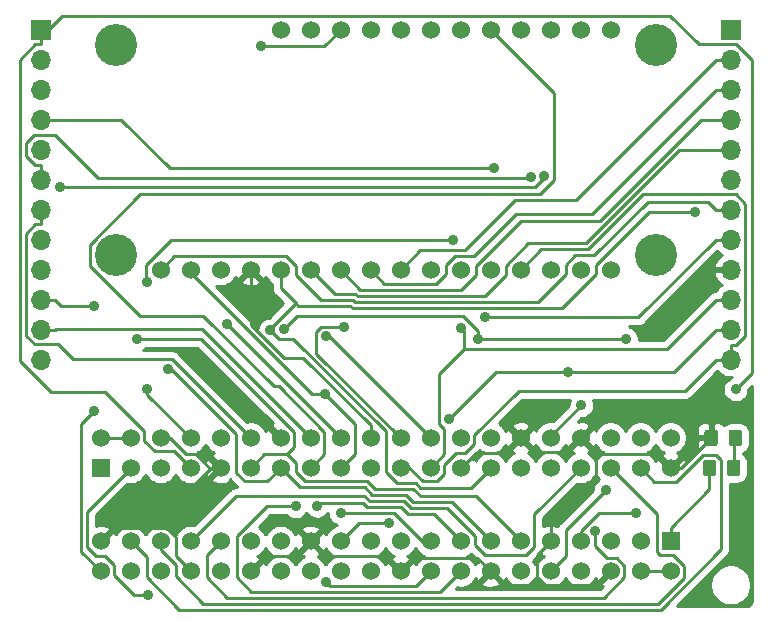
<source format=gtl>
%TF.GenerationSoftware,KiCad,Pcbnew,(5.1.6)-1*%
%TF.CreationDate,2020-10-07T23:45:21+02:00*%
%TF.ProjectId,RPI_FEATHER,5250495f-4645-4415-9448-45522e6b6963,rev?*%
%TF.SameCoordinates,Original*%
%TF.FileFunction,Copper,L1,Top*%
%TF.FilePolarity,Positive*%
%FSLAX46Y46*%
G04 Gerber Fmt 4.6, Leading zero omitted, Abs format (unit mm)*
G04 Created by KiCad (PCBNEW (5.1.6)-1) date 2020-10-07 23:45:21*
%MOMM*%
%LPD*%
G01*
G04 APERTURE LIST*
%TA.AperFunction,ComponentPad*%
%ADD10C,1.524000*%
%TD*%
%TA.AperFunction,ComponentPad*%
%ADD11R,1.524000X1.524000*%
%TD*%
%TA.AperFunction,WasherPad*%
%ADD12C,3.556000*%
%TD*%
%TA.AperFunction,ComponentPad*%
%ADD13O,1.700000X1.700000*%
%TD*%
%TA.AperFunction,ComponentPad*%
%ADD14R,1.700000X1.700000*%
%TD*%
%TA.AperFunction,ViaPad*%
%ADD15C,0.889000*%
%TD*%
%TA.AperFunction,Conductor*%
%ADD16C,0.254000*%
%TD*%
G04 APERTURE END LIST*
D10*
%TO.P,PI2,40*%
%TO.N,/GPIO21*%
X117912000Y-93276400D03*
%TO.P,PI2,39*%
%TO.N,GND*%
X117912000Y-90736400D03*
%TO.P,PI2,38*%
%TO.N,/GPIO20*%
X120452000Y-93276400D03*
%TO.P,PI2,37*%
%TO.N,/GPIO26*%
X120452000Y-90736400D03*
%TO.P,PI2,36*%
%TO.N,/GPIO16*%
X122992000Y-93276400D03*
%TO.P,PI2,35*%
%TO.N,/GPIO19*%
X122992000Y-90736400D03*
%TO.P,PI2,34*%
%TO.N,GND*%
X125532000Y-93276400D03*
%TO.P,PI2,33*%
%TO.N,/GPIO13*%
X125532000Y-90736400D03*
%TO.P,PI2,32*%
%TO.N,/GPIO12*%
X128072000Y-93276400D03*
%TO.P,PI2,31*%
%TO.N,/GPIO6*%
X128072000Y-90736400D03*
%TO.P,PI2,30*%
%TO.N,GND*%
X130612000Y-93276400D03*
%TO.P,PI2,29*%
%TO.N,/GPIO5*%
X130612000Y-90736400D03*
%TO.P,PI2,28*%
%TO.N,Net-(PI1-Pad28)*%
X133152000Y-93276400D03*
%TO.P,PI2,27*%
%TO.N,/A0*%
X133152000Y-90736400D03*
%TO.P,PI2,26*%
%TO.N,Net-(PI1-Pad26)*%
X135692000Y-93276400D03*
%TO.P,PI2,25*%
%TO.N,GND*%
X135692000Y-90736400D03*
%TO.P,PI2,24*%
%TO.N,/F13*%
X138232000Y-93276400D03*
%TO.P,PI2,23*%
%TO.N,/SCK*%
X138232000Y-90736400D03*
%TO.P,PI2,22*%
%TO.N,/F12*%
X140772000Y-93276400D03*
%TO.P,PI2,21*%
%TO.N,/MISO*%
X140772000Y-90736400D03*
%TO.P,PI2,20*%
%TO.N,GND*%
X143312000Y-93276400D03*
%TO.P,PI2,19*%
%TO.N,/MOSI*%
X143312000Y-90736400D03*
%TO.P,PI2,18*%
%TO.N,/F11*%
X145852000Y-93276400D03*
%TO.P,PI2,17*%
%TO.N,3.3v*%
X145852000Y-90736400D03*
%TO.P,PI2,16*%
%TO.N,/GPIO23*%
X148392000Y-93276400D03*
%TO.P,PI2,15*%
%TO.N,/F9*%
X148392000Y-90736400D03*
%TO.P,PI2,14*%
%TO.N,GND*%
X150932000Y-93276400D03*
%TO.P,PI2,13*%
%TO.N,/F6*%
X150932000Y-90736400D03*
%TO.P,PI2,12*%
%TO.N,/GPIO18*%
X153472000Y-93276400D03*
%TO.P,PI2,11*%
%TO.N,/F5*%
X153472000Y-90736400D03*
%TO.P,PI2,10*%
%TO.N,/TX*%
X156012000Y-93276400D03*
%TO.P,PI2,9*%
%TO.N,GND*%
X156012000Y-90736400D03*
%TO.P,PI2,8*%
%TO.N,/RX*%
X158552000Y-93276400D03*
%TO.P,PI2,7*%
%TO.N,/GPIO4*%
X158552000Y-90736400D03*
%TO.P,PI2,6*%
%TO.N,GND*%
X161092000Y-93276400D03*
%TO.P,PI2,5*%
%TO.N,SCL*%
X161092000Y-90736400D03*
%TO.P,PI2,4*%
%TO.N,/5v*%
X163632000Y-93276400D03*
%TO.P,PI2,3*%
%TO.N,SDA*%
X163632000Y-90736400D03*
%TO.P,PI2,2*%
%TO.N,/5v*%
X166172000Y-93276400D03*
D11*
%TO.P,PI2,1*%
%TO.N,3.3v*%
X166172000Y-90736400D03*
%TD*%
D12*
%TO.P,U1,*%
%TO.N,*%
X164902000Y-66479400D03*
X119182000Y-66479400D03*
X164902000Y-48699400D03*
X119182000Y-48699400D03*
D10*
%TO.P,U1,1*%
%TO.N,/FSDA*%
X161092000Y-47429400D03*
%TO.P,U1,2*%
%TO.N,/FSCL*%
X158552000Y-47429400D03*
%TO.P,U1,3*%
%TO.N,/F5*%
X156012000Y-47429400D03*
%TO.P,U1,4*%
%TO.N,/F6*%
X153472000Y-47429400D03*
%TO.P,U1,5*%
%TO.N,/F9*%
X150932000Y-47429400D03*
%TO.P,U1,6*%
%TO.N,N/C*%
X148392000Y-47429400D03*
%TO.P,U1,7*%
%TO.N,/F11*%
X145852000Y-47429400D03*
%TO.P,U1,8*%
%TO.N,/F12*%
X143312000Y-47429400D03*
%TO.P,U1,9*%
%TO.N,/F13*%
X140772000Y-47429400D03*
%TO.P,U1,10*%
%TO.N,/5v*%
X138232000Y-47429400D03*
%TO.P,U1,11*%
%TO.N,N/C*%
X135692000Y-47429400D03*
%TO.P,U1,12*%
X133152000Y-47429400D03*
%TO.P,U1,13*%
X161092000Y-67749400D03*
%TO.P,U1,14*%
%TO.N,Net-(R1-Pad2)*%
X158552000Y-67749400D03*
%TO.P,U1,15*%
%TO.N,Net-(R2-Pad2)*%
X156012000Y-67749400D03*
%TO.P,U1,16*%
%TO.N,/MISO*%
X153472000Y-67749400D03*
%TO.P,U1,17*%
%TO.N,/MOSI*%
X150932000Y-67749400D03*
%TO.P,U1,18*%
%TO.N,/SCK*%
X148392000Y-67749400D03*
%TO.P,U1,19*%
%TO.N,/A5*%
X145852000Y-67749400D03*
%TO.P,U1,20*%
%TO.N,/A4*%
X143312000Y-67749400D03*
%TO.P,U1,21*%
%TO.N,/A3*%
X140772000Y-67749400D03*
%TO.P,U1,22*%
%TO.N,/A2*%
X138232000Y-67749400D03*
%TO.P,U1,23*%
%TO.N,/A1*%
X135692000Y-67749400D03*
%TO.P,U1,24*%
%TO.N,/A0*%
X133152000Y-67749400D03*
%TO.P,U1,25*%
%TO.N,GND*%
X130612000Y-67749400D03*
%TO.P,U1,26*%
%TO.N,N/C*%
X128072000Y-67749400D03*
%TO.P,U1,27*%
%TO.N,3.3v*%
X125532000Y-67749400D03*
%TO.P,U1,28*%
%TO.N,/FRST*%
X122992000Y-67749400D03*
%TD*%
D11*
%TO.P,PI1,1*%
%TO.N,3.3v*%
X117912000Y-84513400D03*
D10*
%TO.P,PI1,2*%
%TO.N,/5v*%
X117912000Y-81973400D03*
%TO.P,PI1,3*%
%TO.N,SDA*%
X120452000Y-84513400D03*
%TO.P,PI1,4*%
%TO.N,/5v*%
X120452000Y-81973400D03*
%TO.P,PI1,5*%
%TO.N,SCL*%
X122992000Y-84513400D03*
%TO.P,PI1,6*%
%TO.N,GND*%
X122992000Y-81973400D03*
%TO.P,PI1,7*%
%TO.N,/GPIO4*%
X125532000Y-84513400D03*
%TO.P,PI1,8*%
%TO.N,/RX*%
X125532000Y-81973400D03*
%TO.P,PI1,9*%
%TO.N,GND*%
X128072000Y-84513400D03*
%TO.P,PI1,10*%
%TO.N,/TX*%
X128072000Y-81973400D03*
%TO.P,PI1,11*%
%TO.N,/F5*%
X130612000Y-84513400D03*
%TO.P,PI1,12*%
%TO.N,/GPIO18*%
X130612000Y-81973400D03*
%TO.P,PI1,13*%
%TO.N,/F6*%
X133152000Y-84513400D03*
%TO.P,PI1,14*%
%TO.N,GND*%
X133152000Y-81973400D03*
%TO.P,PI1,15*%
%TO.N,/F9*%
X135692000Y-84513400D03*
%TO.P,PI1,16*%
%TO.N,/GPIO23*%
X135692000Y-81973400D03*
%TO.P,PI1,17*%
%TO.N,3.3v*%
X138232000Y-84513400D03*
%TO.P,PI1,18*%
%TO.N,/F11*%
X138232000Y-81973400D03*
%TO.P,PI1,19*%
%TO.N,/MOSI*%
X140772000Y-84513400D03*
%TO.P,PI1,20*%
%TO.N,GND*%
X140772000Y-81973400D03*
%TO.P,PI1,21*%
%TO.N,/MISO*%
X143312000Y-84513400D03*
%TO.P,PI1,22*%
%TO.N,/F12*%
X143312000Y-81973400D03*
%TO.P,PI1,23*%
%TO.N,/SCK*%
X145852000Y-84513400D03*
%TO.P,PI1,24*%
%TO.N,/F13*%
X145852000Y-81973400D03*
%TO.P,PI1,25*%
%TO.N,GND*%
X148392000Y-84513400D03*
%TO.P,PI1,26*%
%TO.N,Net-(PI1-Pad26)*%
X148392000Y-81973400D03*
%TO.P,PI1,27*%
%TO.N,/A0*%
X150932000Y-84513400D03*
%TO.P,PI1,28*%
%TO.N,Net-(PI1-Pad28)*%
X150932000Y-81973400D03*
%TO.P,PI1,29*%
%TO.N,/GPIO5*%
X153472000Y-84513400D03*
%TO.P,PI1,30*%
%TO.N,GND*%
X153472000Y-81973400D03*
%TO.P,PI1,31*%
%TO.N,/GPIO6*%
X156012000Y-84513400D03*
%TO.P,PI1,32*%
%TO.N,/GPIO12*%
X156012000Y-81973400D03*
%TO.P,PI1,33*%
%TO.N,/GPIO13*%
X158552000Y-84513400D03*
%TO.P,PI1,34*%
%TO.N,GND*%
X158552000Y-81973400D03*
%TO.P,PI1,35*%
%TO.N,/GPIO19*%
X161092000Y-84513400D03*
%TO.P,PI1,36*%
%TO.N,/GPIO16*%
X161092000Y-81973400D03*
%TO.P,PI1,37*%
%TO.N,/GPIO26*%
X163632000Y-84513400D03*
%TO.P,PI1,38*%
%TO.N,/GPIO20*%
X163632000Y-81973400D03*
%TO.P,PI1,39*%
%TO.N,GND*%
X166172000Y-84513400D03*
%TO.P,PI1,40*%
%TO.N,/GPIO21*%
X166172000Y-81973400D03*
%TD*%
%TO.P,D1,1*%
%TO.N,GND*%
%TA.AperFunction,SMDPad,CuDef*%
G36*
G01*
X169032000Y-82427401D02*
X169032000Y-81527399D01*
G75*
G02*
X169281999Y-81277400I249999J0D01*
G01*
X169932001Y-81277400D01*
G75*
G02*
X170182000Y-81527399I0J-249999D01*
G01*
X170182000Y-82427401D01*
G75*
G02*
X169932001Y-82677400I-249999J0D01*
G01*
X169281999Y-82677400D01*
G75*
G02*
X169032000Y-82427401I0J249999D01*
G01*
G37*
%TD.AperFunction*%
%TO.P,D1,2*%
%TO.N,Net-(D1-Pad2)*%
%TA.AperFunction,SMDPad,CuDef*%
G36*
G01*
X171082000Y-82427401D02*
X171082000Y-81527399D01*
G75*
G02*
X171331999Y-81277400I249999J0D01*
G01*
X171982001Y-81277400D01*
G75*
G02*
X172232000Y-81527399I0J-249999D01*
G01*
X172232000Y-82427401D01*
G75*
G02*
X171982001Y-82677400I-249999J0D01*
G01*
X171331999Y-82677400D01*
G75*
G02*
X171082000Y-82427401I0J249999D01*
G01*
G37*
%TD.AperFunction*%
%TD*%
%TO.P,R3,1*%
%TO.N,3.3v*%
%TA.AperFunction,SMDPad,CuDef*%
G36*
G01*
X168890000Y-84963401D02*
X168890000Y-84063399D01*
G75*
G02*
X169139999Y-83813400I249999J0D01*
G01*
X169790001Y-83813400D01*
G75*
G02*
X170040000Y-84063399I0J-249999D01*
G01*
X170040000Y-84963401D01*
G75*
G02*
X169790001Y-85213400I-249999J0D01*
G01*
X169139999Y-85213400D01*
G75*
G02*
X168890000Y-84963401I0J249999D01*
G01*
G37*
%TD.AperFunction*%
%TO.P,R3,2*%
%TO.N,Net-(D1-Pad2)*%
%TA.AperFunction,SMDPad,CuDef*%
G36*
G01*
X170940000Y-84963401D02*
X170940000Y-84063399D01*
G75*
G02*
X171189999Y-83813400I249999J0D01*
G01*
X171840001Y-83813400D01*
G75*
G02*
X172090000Y-84063399I0J-249999D01*
G01*
X172090000Y-84963401D01*
G75*
G02*
X171840001Y-85213400I-249999J0D01*
G01*
X171189999Y-85213400D01*
G75*
G02*
X170940000Y-84963401I0J249999D01*
G01*
G37*
%TD.AperFunction*%
%TD*%
D13*
%TO.P,J1,12*%
%TO.N,/MISO*%
X171252000Y-75369400D03*
%TO.P,J1,11*%
%TO.N,/MOSI*%
X171252000Y-72829400D03*
%TO.P,J1,10*%
%TO.N,/SCK*%
X171252000Y-70289400D03*
%TO.P,J1,9*%
%TO.N,GND*%
X171252000Y-67749400D03*
%TO.P,J1,8*%
%TO.N,3.3v*%
X171252000Y-65209400D03*
%TO.P,J1,7*%
%TO.N,/FRST*%
X171252000Y-62669400D03*
%TO.P,J1,6*%
%TO.N,/A0*%
X171252000Y-60129400D03*
%TO.P,J1,5*%
%TO.N,/A1*%
X171252000Y-57589400D03*
%TO.P,J1,4*%
%TO.N,/A2*%
X171252000Y-55049400D03*
%TO.P,J1,3*%
%TO.N,/A3*%
X171252000Y-52509400D03*
%TO.P,J1,2*%
%TO.N,/A4*%
X171252000Y-49969400D03*
D14*
%TO.P,J1,1*%
%TO.N,/A5*%
X171252000Y-47429400D03*
%TD*%
%TO.P,J2,1*%
%TO.N,/GPIO4*%
X112832000Y-47429400D03*
D13*
%TO.P,J2,2*%
%TO.N,/GPIO5*%
X112832000Y-49969400D03*
%TO.P,J2,3*%
%TO.N,/GPIO6*%
X112832000Y-52509400D03*
%TO.P,J2,4*%
%TO.N,/GPIO12*%
X112832000Y-55049400D03*
%TO.P,J2,5*%
%TO.N,/GPIO13*%
X112832000Y-57589400D03*
%TO.P,J2,6*%
%TO.N,/GPIO16*%
X112832000Y-60129400D03*
%TO.P,J2,7*%
%TO.N,/GPIO18*%
X112832000Y-62669400D03*
%TO.P,J2,8*%
%TO.N,/GPIO19*%
X112832000Y-65209400D03*
%TO.P,J2,9*%
%TO.N,/GPIO20*%
X112832000Y-67749400D03*
%TO.P,J2,10*%
%TO.N,/GPIO21*%
X112832000Y-70289400D03*
%TO.P,J2,11*%
%TO.N,/GPIO23*%
X112832000Y-72829400D03*
%TO.P,J2,12*%
%TO.N,/GPIO26*%
X112832000Y-75369400D03*
%TD*%
D15*
%TO.N,3.3v*%
X138232000Y-88351000D03*
X136931200Y-78288300D03*
X150468200Y-71778200D03*
%TO.N,/5v*%
X131484900Y-48825700D03*
%TO.N,/RX*%
X121870100Y-77838100D03*
X121870100Y-68738900D03*
X147782900Y-65245600D03*
%TO.N,/TX*%
X160681000Y-86362000D03*
X162386900Y-73587000D03*
X133411900Y-72777900D03*
X149831300Y-73587000D03*
%TO.N,/MOSI*%
X147442100Y-80368300D03*
X157500000Y-76409400D03*
%TO.N,/SCK*%
X142313700Y-89176900D03*
X148392000Y-72637500D03*
%TO.N,/A0*%
X132268600Y-72874200D03*
X168200200Y-62844600D03*
%TO.N,/GPIO4*%
X163249600Y-88315300D03*
X171686700Y-77877400D03*
%TO.N,/GPIO6*%
X159782900Y-89894800D03*
%TO.N,/GPIO12*%
X158613700Y-79230100D03*
X151253900Y-59154400D03*
%TO.N,/GPIO16*%
X154331800Y-59863400D03*
%TO.N,/GPIO20*%
X155475200Y-59820600D03*
X114486100Y-60705100D03*
%TO.N,/GPIO21*%
X117343200Y-79703100D03*
X117343200Y-70798600D03*
%TO.N,/GPIO23*%
X134421800Y-87765900D03*
%TO.N,/F5*%
X121007100Y-73585400D03*
%TO.N,/F6*%
X123587500Y-76125400D03*
%TO.N,/F9*%
X136253700Y-87752900D03*
%TO.N,/F11*%
X136962100Y-94143400D03*
X128593100Y-72334500D03*
%TO.N,/F12*%
X138523900Y-72566300D03*
%TO.N,/F13*%
X137001800Y-73392200D03*
%TO.N,SDA*%
X121964000Y-95254700D03*
%TD*%
D16*
%TO.N,GND*%
X143312000Y-93276400D02*
X142042000Y-92006400D01*
X142042000Y-92006400D02*
X136962000Y-92006400D01*
X136962000Y-92006400D02*
X135692000Y-90736400D01*
X150932000Y-93276400D02*
X149788700Y-92133100D01*
X149788700Y-92133100D02*
X144455300Y-92133100D01*
X144455300Y-92133100D02*
X143312000Y-93276400D01*
X159822000Y-83322800D02*
X159822000Y-85656800D01*
X159822000Y-85656800D02*
X156012000Y-89466800D01*
X156012000Y-89466800D02*
X156012000Y-90736400D01*
X158552000Y-81973400D02*
X159822000Y-83243400D01*
X159822000Y-83243400D02*
X159822000Y-83322800D01*
X166172000Y-84513400D02*
X164981400Y-83322800D01*
X164981400Y-83322800D02*
X159822000Y-83322800D01*
X166172000Y-84513400D02*
X167071000Y-84513400D01*
X167071000Y-84513400D02*
X169607000Y-81977400D01*
X154840400Y-93762200D02*
X154172900Y-94429700D01*
X154172900Y-94429700D02*
X152085300Y-94429700D01*
X152085300Y-94429700D02*
X150932000Y-93276400D01*
X140772000Y-81973400D02*
X140772000Y-80916000D01*
X140772000Y-80916000D02*
X135063500Y-75207500D01*
X135063500Y-75207500D02*
X133433800Y-75207500D01*
X133433800Y-75207500D02*
X130612000Y-72385700D01*
X130612000Y-72385700D02*
X130612000Y-67749400D01*
X158552000Y-81973400D02*
X157377200Y-83148200D01*
X157377200Y-83148200D02*
X154646800Y-83148200D01*
X154646800Y-83148200D02*
X153472000Y-81973400D01*
X127206700Y-84571100D02*
X126005600Y-83370000D01*
X126005600Y-83370000D02*
X125150200Y-83370000D01*
X125150200Y-83370000D02*
X123753600Y-81973400D01*
X123753600Y-81973400D02*
X122992000Y-81973400D01*
X127206700Y-84571100D02*
X127264400Y-84513400D01*
X127264400Y-84513400D02*
X128072000Y-84513400D01*
X123489200Y-89574300D02*
X123489200Y-88288600D01*
X123489200Y-88288600D02*
X127206700Y-84571100D01*
X123489200Y-89574300D02*
X124262000Y-90347100D01*
X124262000Y-90347100D02*
X124262000Y-92006400D01*
X124262000Y-92006400D02*
X125532000Y-93276400D01*
X117912000Y-90736400D02*
X119074100Y-89574300D01*
X119074100Y-89574300D02*
X123489200Y-89574300D01*
X135692000Y-90736400D02*
X134422000Y-92006400D01*
X134422000Y-92006400D02*
X131882000Y-92006400D01*
X131882000Y-92006400D02*
X130612000Y-93276400D01*
X154840400Y-93762200D02*
X154840400Y-91908000D01*
X154840400Y-91908000D02*
X156012000Y-90736400D01*
X161092000Y-93276400D02*
X159948000Y-94420400D01*
X159948000Y-94420400D02*
X155498600Y-94420400D01*
X155498600Y-94420400D02*
X154840400Y-93762200D01*
X153472000Y-81973400D02*
X152202000Y-83243400D01*
X152202000Y-83243400D02*
X149662000Y-83243400D01*
X149662000Y-83243400D02*
X148392000Y-84513400D01*
%TO.N,3.3v*%
X145852000Y-90736400D02*
X145133200Y-90736400D01*
X145133200Y-90736400D02*
X142747800Y-88351000D01*
X142747800Y-88351000D02*
X138232000Y-88351000D01*
X136931200Y-78288300D02*
X135781800Y-78288300D01*
X135781800Y-78288300D02*
X125532000Y-68038500D01*
X125532000Y-68038500D02*
X125532000Y-67749400D01*
X136931200Y-78288300D02*
X139422600Y-80779700D01*
X139422600Y-80779700D02*
X139422600Y-83322800D01*
X139422600Y-83322800D02*
X138232000Y-84513400D01*
X166172000Y-90736400D02*
X166172000Y-89593100D01*
X166172000Y-89593100D02*
X169465000Y-86300100D01*
X169465000Y-86300100D02*
X169465000Y-84513400D01*
X170020700Y-65209400D02*
X163451900Y-71778200D01*
X163451900Y-71778200D02*
X150468200Y-71778200D01*
X171252000Y-65209400D02*
X170020700Y-65209400D01*
%TO.N,/5v*%
X138232000Y-47429400D02*
X136835700Y-48825700D01*
X136835700Y-48825700D02*
X131484900Y-48825700D01*
X120452000Y-81973400D02*
X117912000Y-81973400D01*
X166172000Y-93276400D02*
X163632000Y-93276400D01*
%TO.N,/RX*%
X125532000Y-81973400D02*
X121870100Y-78311500D01*
X121870100Y-78311500D02*
X121870100Y-77838100D01*
X147782900Y-65245600D02*
X123874200Y-65245600D01*
X123874200Y-65245600D02*
X121774800Y-67345000D01*
X121774800Y-67345000D02*
X121774800Y-68643600D01*
X121774800Y-68643600D02*
X121870100Y-68738900D01*
%TO.N,/TX*%
X149831300Y-73587000D02*
X149831300Y-72905000D01*
X149831300Y-72905000D02*
X148614200Y-71687900D01*
X148614200Y-71687900D02*
X134501900Y-71687900D01*
X134501900Y-71687900D02*
X133411900Y-72777900D01*
X149831300Y-73587000D02*
X162386900Y-73587000D01*
X160681000Y-86362000D02*
X157282000Y-89761000D01*
X157282000Y-89761000D02*
X157282000Y-92006400D01*
X157282000Y-92006400D02*
X156012000Y-93276400D01*
%TO.N,/MISO*%
X171252000Y-74138100D02*
X171713700Y-74138100D01*
X171713700Y-74138100D02*
X172491900Y-73359900D01*
X172491900Y-73359900D02*
X172491900Y-62159600D01*
X172491900Y-62159600D02*
X171698400Y-61366100D01*
X171698400Y-61366100D02*
X163838400Y-61366100D01*
X163838400Y-61366100D02*
X159202300Y-66002200D01*
X159202300Y-66002200D02*
X155219200Y-66002200D01*
X155219200Y-66002200D02*
X153472000Y-67749400D01*
X143312000Y-84513400D02*
X144031400Y-84513400D01*
X144031400Y-84513400D02*
X145174800Y-85656800D01*
X145174800Y-85656800D02*
X146353100Y-85656800D01*
X146353100Y-85656800D02*
X146995400Y-85014500D01*
X146995400Y-85014500D02*
X146995400Y-84255600D01*
X146995400Y-84255600D02*
X148007600Y-83243400D01*
X148007600Y-83243400D02*
X148749900Y-83243400D01*
X148749900Y-83243400D02*
X149538700Y-82454600D01*
X149538700Y-82454600D02*
X149538700Y-81738600D01*
X149538700Y-81738600D02*
X153299000Y-77978300D01*
X153299000Y-77978300D02*
X167411900Y-77978300D01*
X167411900Y-77978300D02*
X167411900Y-77978200D01*
X167411900Y-77978200D02*
X170020700Y-75369400D01*
X171252000Y-75369400D02*
X171252000Y-74138100D01*
X171252000Y-75369400D02*
X170020700Y-75369400D01*
%TO.N,/MOSI*%
X157500000Y-76409400D02*
X151401000Y-76409400D01*
X151401000Y-76409400D02*
X147442100Y-80368300D01*
X170020700Y-72829400D02*
X166440700Y-76409400D01*
X166440700Y-76409400D02*
X157500000Y-76409400D01*
X171252000Y-72829400D02*
X170020700Y-72829400D01*
%TO.N,/SCK*%
X138232000Y-90736400D02*
X139791500Y-89176900D01*
X139791500Y-89176900D02*
X142313700Y-89176900D01*
X148702500Y-74460600D02*
X148702500Y-72948000D01*
X148702500Y-72948000D02*
X148392000Y-72637500D01*
X145852000Y-84513400D02*
X147021900Y-83343500D01*
X147021900Y-83343500D02*
X147021900Y-81222600D01*
X147021900Y-81222600D02*
X146597300Y-80798000D01*
X146597300Y-80798000D02*
X146597300Y-76565800D01*
X146597300Y-76565800D02*
X148702500Y-74460600D01*
X170020700Y-70289400D02*
X165849500Y-74460600D01*
X165849500Y-74460600D02*
X148702500Y-74460600D01*
X171252000Y-70289400D02*
X170020700Y-70289400D01*
%TO.N,Net-(D1-Pad2)*%
X171657000Y-81977400D02*
X171515000Y-82119400D01*
X171515000Y-82119400D02*
X171515000Y-84513400D01*
%TO.N,/FRST*%
X170020700Y-62669400D02*
X169315300Y-61964000D01*
X169315300Y-61964000D02*
X164232600Y-61964000D01*
X164232600Y-61964000D02*
X159686000Y-66510600D01*
X159686000Y-66510600D02*
X158101200Y-66510600D01*
X158101200Y-66510600D02*
X157282000Y-67329800D01*
X157282000Y-67329800D02*
X157282000Y-68111400D01*
X157282000Y-68111400D02*
X154957800Y-70435600D01*
X154957800Y-70435600D02*
X139421600Y-70435600D01*
X139421600Y-70435600D02*
X139287000Y-70301000D01*
X139287000Y-70301000D02*
X136564400Y-70301000D01*
X136564400Y-70301000D02*
X134422000Y-68158600D01*
X134422000Y-68158600D02*
X134422000Y-67382200D01*
X134422000Y-67382200D02*
X133644600Y-66604800D01*
X133644600Y-66604800D02*
X124136600Y-66604800D01*
X124136600Y-66604800D02*
X122992000Y-67749400D01*
X171252000Y-62669400D02*
X170020700Y-62669400D01*
%TO.N,/A0*%
X168200200Y-62844600D02*
X168200200Y-62844700D01*
X168200200Y-62844700D02*
X164344100Y-62844700D01*
X164344100Y-62844700D02*
X159822000Y-67366800D01*
X159822000Y-67366800D02*
X159822000Y-68117500D01*
X159822000Y-68117500D02*
X156987100Y-70952400D01*
X156987100Y-70952400D02*
X139219600Y-70952400D01*
X139219600Y-70952400D02*
X139076500Y-70809300D01*
X139076500Y-70809300D02*
X134649300Y-70809300D01*
X134649300Y-70809300D02*
X134427000Y-70586900D01*
X133152000Y-67749400D02*
X133152000Y-69312000D01*
X133152000Y-69312000D02*
X134427000Y-70586900D01*
X134427000Y-70586900D02*
X132394900Y-72619000D01*
X132394900Y-72619000D02*
X132394900Y-72874200D01*
X132394900Y-72874200D02*
X132268600Y-72874200D01*
X132394900Y-72874200D02*
X132394900Y-72997000D01*
X132394900Y-72997000D02*
X133001600Y-73603700D01*
X133001600Y-73603700D02*
X134220200Y-73603700D01*
X134220200Y-73603700D02*
X142037300Y-81420800D01*
X142037300Y-81420800D02*
X142037300Y-84859400D01*
X142037300Y-84859400D02*
X142987400Y-85809500D01*
X142987400Y-85809500D02*
X144608700Y-85809500D01*
X144608700Y-85809500D02*
X144989300Y-86190100D01*
X144989300Y-86190100D02*
X149255300Y-86190100D01*
X149255300Y-86190100D02*
X150932000Y-84513400D01*
%TO.N,/A1*%
X170020700Y-57589400D02*
X166896300Y-57589400D01*
X166896300Y-57589400D02*
X158991800Y-65493900D01*
X158991800Y-65493900D02*
X154109800Y-65493900D01*
X154109800Y-65493900D02*
X152202000Y-67401700D01*
X152202000Y-67401700D02*
X152202000Y-68167200D01*
X152202000Y-68167200D02*
X150442000Y-69927200D01*
X150442000Y-69927200D02*
X139632000Y-69927200D01*
X139632000Y-69927200D02*
X139497500Y-69792700D01*
X139497500Y-69792700D02*
X137735300Y-69792700D01*
X137735300Y-69792700D02*
X135692000Y-67749400D01*
X171252000Y-57589400D02*
X170020700Y-57589400D01*
%TO.N,/A2*%
X138232000Y-67749400D02*
X139901400Y-69418800D01*
X139901400Y-69418800D02*
X148403500Y-69418800D01*
X148403500Y-69418800D02*
X149662000Y-68160300D01*
X149662000Y-68160300D02*
X149662000Y-67398500D01*
X149662000Y-67398500D02*
X153470100Y-63590400D01*
X153470100Y-63590400D02*
X160176300Y-63590400D01*
X160176300Y-63590400D02*
X168717200Y-55049500D01*
X168717200Y-55049500D02*
X170020700Y-55049500D01*
X170020700Y-55049500D02*
X170020700Y-55049400D01*
X171252000Y-55049400D02*
X170020700Y-55049400D01*
%TO.N,/A3*%
X140772000Y-67749400D02*
X141933000Y-68910400D01*
X141933000Y-68910400D02*
X146327500Y-68910400D01*
X146327500Y-68910400D02*
X147122000Y-68115900D01*
X147122000Y-68115900D02*
X147122000Y-67338900D01*
X147122000Y-67338900D02*
X147881100Y-66579800D01*
X147881100Y-66579800D02*
X149569000Y-66579800D01*
X149569000Y-66579800D02*
X153102900Y-63045900D01*
X153102900Y-63045900D02*
X159484200Y-63045900D01*
X159484200Y-63045900D02*
X170020700Y-52509400D01*
X171252000Y-52509400D02*
X170020700Y-52509400D01*
%TO.N,/A4*%
X171252000Y-49969400D02*
X170020700Y-49969400D01*
X170020700Y-49969400D02*
X158171300Y-61818800D01*
X158171300Y-61818800D02*
X152994400Y-61818800D01*
X152994400Y-61818800D02*
X148741800Y-66071400D01*
X148741800Y-66071400D02*
X144990000Y-66071400D01*
X144990000Y-66071400D02*
X143312000Y-67749400D01*
%TO.N,/GPIO4*%
X163249600Y-88315300D02*
X160137200Y-88315300D01*
X160137200Y-88315300D02*
X158552000Y-89900500D01*
X158552000Y-89900500D02*
X158552000Y-90736400D01*
X125532000Y-84513400D02*
X124135400Y-83116800D01*
X124135400Y-83116800D02*
X122484600Y-83116800D01*
X122484600Y-83116800D02*
X121595400Y-82227600D01*
X121595400Y-82227600D02*
X121595400Y-81416300D01*
X121595400Y-81416300D02*
X118267800Y-78088700D01*
X118267800Y-78088700D02*
X113739500Y-78088700D01*
X113739500Y-78088700D02*
X111079000Y-75428200D01*
X111079000Y-75428200D02*
X111079000Y-49952000D01*
X111079000Y-49952000D02*
X112370300Y-48660700D01*
X112370300Y-48660700D02*
X112832000Y-48660700D01*
X112832000Y-48045000D02*
X114615400Y-46261600D01*
X114615400Y-46261600D02*
X166141800Y-46261600D01*
X166141800Y-46261600D02*
X168541000Y-48660800D01*
X168541000Y-48660800D02*
X171744200Y-48660800D01*
X171744200Y-48660800D02*
X173060100Y-49976700D01*
X173060100Y-49976700D02*
X173060100Y-76504000D01*
X173060100Y-76504000D02*
X171686700Y-77877400D01*
X112832000Y-48045000D02*
X112832000Y-48660700D01*
X112832000Y-47429400D02*
X112832000Y-48045000D01*
%TO.N,/GPIO6*%
X128072000Y-90736400D02*
X126886300Y-91922100D01*
X126886300Y-91922100D02*
X126886300Y-93736600D01*
X126886300Y-93736600D02*
X128647000Y-95497300D01*
X128647000Y-95497300D02*
X160537400Y-95497300D01*
X160537400Y-95497300D02*
X162265800Y-93768900D01*
X162265800Y-93768900D02*
X162265800Y-92806600D01*
X162265800Y-92806600D02*
X161592200Y-92133000D01*
X161592200Y-92133000D02*
X160820600Y-92133000D01*
X160820600Y-92133000D02*
X159782900Y-91095300D01*
X159782900Y-91095300D02*
X159782900Y-89894800D01*
%TO.N,/GPIO12*%
X112832000Y-55049400D02*
X119660700Y-55049400D01*
X119660700Y-55049400D02*
X123765700Y-59154400D01*
X123765700Y-59154400D02*
X151253900Y-59154400D01*
X158613700Y-79230100D02*
X156012000Y-81831800D01*
X156012000Y-81831800D02*
X156012000Y-81973400D01*
%TO.N,/GPIO13*%
X158552000Y-84513400D02*
X154627100Y-88438300D01*
X154627100Y-88438300D02*
X154627100Y-91219500D01*
X154627100Y-91219500D02*
X153964200Y-91882400D01*
X153964200Y-91882400D02*
X150448800Y-91882400D01*
X150448800Y-91882400D02*
X149610800Y-91044400D01*
X149610800Y-91044400D02*
X149610800Y-90312900D01*
X149610800Y-90312900D02*
X147233900Y-87936000D01*
X147233900Y-87936000D02*
X144160700Y-87936000D01*
X144160700Y-87936000D02*
X143559100Y-87334400D01*
X143559100Y-87334400D02*
X140698600Y-87334400D01*
X140698600Y-87334400D02*
X140253800Y-86889600D01*
X140253800Y-86889600D02*
X129378800Y-86889600D01*
X129378800Y-86889600D02*
X125532000Y-90736400D01*
%TO.N,/GPIO16*%
X112832000Y-58898100D02*
X112370300Y-58898100D01*
X112370300Y-58898100D02*
X111591000Y-58118800D01*
X111591000Y-58118800D02*
X111591000Y-57037600D01*
X111591000Y-57037600D02*
X112309200Y-56319400D01*
X112309200Y-56319400D02*
X114040700Y-56319400D01*
X114040700Y-56319400D02*
X117701500Y-59980200D01*
X117701500Y-59980200D02*
X154215000Y-59980200D01*
X154215000Y-59980200D02*
X154331800Y-59863400D01*
X112832000Y-60129400D02*
X112832000Y-58898100D01*
%TO.N,/GPIO18*%
X130612000Y-81973400D02*
X123938200Y-75299600D01*
X123938200Y-75299600D02*
X115541200Y-75299600D01*
X115541200Y-75299600D02*
X114302400Y-74060800D01*
X114302400Y-74060800D02*
X112320200Y-74060800D01*
X112320200Y-74060800D02*
X111591000Y-73331600D01*
X111591000Y-73331600D02*
X111591000Y-64680000D01*
X111591000Y-64680000D02*
X112370300Y-63900700D01*
X112370300Y-63900700D02*
X112832000Y-63900700D01*
X112832000Y-62669400D02*
X112832000Y-63900700D01*
%TO.N,/GPIO19*%
X122992000Y-90736400D02*
X122992000Y-91455400D01*
X122992000Y-91455400D02*
X124262000Y-92725400D01*
X124262000Y-92725400D02*
X124262000Y-93670600D01*
X124262000Y-93670600D02*
X126597000Y-96005600D01*
X126597000Y-96005600D02*
X165121800Y-96005600D01*
X165121800Y-96005600D02*
X167317900Y-93809500D01*
X167317900Y-93809500D02*
X167317900Y-92805300D01*
X167317900Y-92805300D02*
X166392300Y-91879700D01*
X166392300Y-91879700D02*
X165252100Y-91879700D01*
X165252100Y-91879700D02*
X165028600Y-91656200D01*
X165028600Y-91656200D02*
X165028600Y-88450000D01*
X165028600Y-88450000D02*
X161092000Y-84513400D01*
%TO.N,/GPIO20*%
X155475200Y-59820600D02*
X155475200Y-59932900D01*
X155475200Y-59932900D02*
X154703000Y-60705100D01*
X154703000Y-60705100D02*
X114486100Y-60705100D01*
%TO.N,/GPIO21*%
X117912000Y-93276400D02*
X116233000Y-91597400D01*
X116233000Y-91597400D02*
X116233000Y-80813300D01*
X116233000Y-80813300D02*
X117343200Y-79703100D01*
X114063300Y-70289400D02*
X114572500Y-70798600D01*
X114572500Y-70798600D02*
X117343200Y-70798600D01*
X112832000Y-70289400D02*
X114063300Y-70289400D01*
%TO.N,/GPIO23*%
X134421800Y-87765900D02*
X131960400Y-87765900D01*
X131960400Y-87765900D02*
X129436600Y-90289700D01*
X129436600Y-90289700D02*
X129436600Y-93757800D01*
X129436600Y-93757800D02*
X130667800Y-94989000D01*
X130667800Y-94989000D02*
X146679400Y-94989000D01*
X146679400Y-94989000D02*
X148392000Y-93276400D01*
X135692000Y-81973400D02*
X126472200Y-72753600D01*
X126472200Y-72753600D02*
X114139100Y-72753600D01*
X114139100Y-72753600D02*
X114063300Y-72829400D01*
X112832000Y-72829400D02*
X114063300Y-72829400D01*
%TO.N,/GPIO26*%
X120452000Y-90736400D02*
X121807000Y-92091400D01*
X121807000Y-92091400D02*
X121807000Y-93770600D01*
X121807000Y-93770600D02*
X124550300Y-96513900D01*
X124550300Y-96513900D02*
X165332600Y-96513900D01*
X165332600Y-96513900D02*
X170435000Y-91411500D01*
X170435000Y-91411500D02*
X170435000Y-83815700D01*
X170435000Y-83815700D02*
X170044500Y-83425200D01*
X170044500Y-83425200D02*
X168878300Y-83425200D01*
X168878300Y-83425200D02*
X166628600Y-85674900D01*
X166628600Y-85674900D02*
X164793500Y-85674900D01*
X164793500Y-85674900D02*
X163632000Y-84513400D01*
%TO.N,/F5*%
X153472000Y-90736400D02*
X149655000Y-86919400D01*
X149655000Y-86919400D02*
X144999800Y-86919400D01*
X144999800Y-86919400D02*
X144398200Y-86317800D01*
X144398200Y-86317800D02*
X141119600Y-86317800D01*
X141119600Y-86317800D02*
X140471200Y-85669400D01*
X140471200Y-85669400D02*
X135228500Y-85669400D01*
X135228500Y-85669400D02*
X134422000Y-84862900D01*
X134422000Y-84862900D02*
X134422000Y-84106000D01*
X134422000Y-84106000D02*
X133672900Y-83356900D01*
X133672900Y-83356900D02*
X134312000Y-82717800D01*
X134312000Y-82717800D02*
X134312000Y-81513200D01*
X134312000Y-81513200D02*
X126384200Y-73585400D01*
X126384200Y-73585400D02*
X121007100Y-73585400D01*
X133672900Y-83356900D02*
X131768500Y-83356900D01*
X131768500Y-83356900D02*
X130612000Y-84513400D01*
%TO.N,/F6*%
X150932000Y-90736400D02*
X147623300Y-87427700D01*
X147623300Y-87427700D02*
X144371200Y-87427700D01*
X144371200Y-87427700D02*
X143769600Y-86826100D01*
X143769600Y-86826100D02*
X140909100Y-86826100D01*
X140909100Y-86826100D02*
X140260800Y-86177800D01*
X140260800Y-86177800D02*
X134816400Y-86177800D01*
X134816400Y-86177800D02*
X133152000Y-84513400D01*
X123587500Y-76125400D02*
X123854100Y-76125400D01*
X123854100Y-76125400D02*
X129342000Y-81613300D01*
X129342000Y-81613300D02*
X129342000Y-84907900D01*
X129342000Y-84907900D02*
X130101300Y-85667200D01*
X130101300Y-85667200D02*
X131998200Y-85667200D01*
X131998200Y-85667200D02*
X133152000Y-84513400D01*
%TO.N,/F9*%
X136253700Y-87752900D02*
X136515300Y-87491300D01*
X136515300Y-87491300D02*
X140136500Y-87491300D01*
X140136500Y-87491300D02*
X140487900Y-87842700D01*
X140487900Y-87842700D02*
X143317700Y-87842700D01*
X143317700Y-87842700D02*
X143919400Y-88444400D01*
X143919400Y-88444400D02*
X146100000Y-88444400D01*
X146100000Y-88444400D02*
X148392000Y-90736400D01*
X150932000Y-47429400D02*
X156301700Y-52799100D01*
X156301700Y-52799100D02*
X156301700Y-60162200D01*
X156301700Y-60162200D02*
X155153500Y-61310400D01*
X155153500Y-61310400D02*
X121282600Y-61310400D01*
X121282600Y-61310400D02*
X116977100Y-65615900D01*
X116977100Y-65615900D02*
X116977100Y-67384100D01*
X116977100Y-67384100D02*
X121217500Y-71624500D01*
X121217500Y-71624500D02*
X126600500Y-71624500D01*
X126600500Y-71624500D02*
X132567200Y-77591200D01*
X132567200Y-77591200D02*
X132989900Y-77591200D01*
X132989900Y-77591200D02*
X136837600Y-81438900D01*
X136837600Y-81438900D02*
X136837600Y-83367800D01*
X136837600Y-83367800D02*
X135692000Y-84513400D01*
%TO.N,/F11*%
X145852000Y-93276400D02*
X144647700Y-94480700D01*
X144647700Y-94480700D02*
X137299400Y-94480700D01*
X137299400Y-94480700D02*
X136962100Y-94143400D01*
X128593100Y-72334500D02*
X138232000Y-81973400D01*
%TO.N,/F12*%
X143312000Y-81973400D02*
X136175900Y-74837300D01*
X136175900Y-74837300D02*
X136175900Y-73003000D01*
X136175900Y-73003000D02*
X136612600Y-72566300D01*
X136612600Y-72566300D02*
X138523900Y-72566300D01*
%TO.N,/F13*%
X145852000Y-81973400D02*
X137270800Y-73392200D01*
X137270800Y-73392200D02*
X137001800Y-73392200D01*
%TO.N,SDA*%
X120452000Y-84513400D02*
X116741400Y-88224000D01*
X116741400Y-88224000D02*
X116741400Y-91193700D01*
X116741400Y-91193700D02*
X117554100Y-92006400D01*
X117554100Y-92006400D02*
X118304800Y-92006400D01*
X118304800Y-92006400D02*
X119055400Y-92757000D01*
X119055400Y-92757000D02*
X119055400Y-93559000D01*
X119055400Y-93559000D02*
X120751100Y-95254700D01*
X120751100Y-95254700D02*
X121964000Y-95254700D01*
%TD*%
%TO.N,GND*%
G36*
X170305368Y-76522875D02*
G01*
X170548589Y-76685390D01*
X170818842Y-76797332D01*
X171105740Y-76854400D01*
X171335573Y-76854400D01*
X171175365Y-76920760D01*
X170998559Y-77038898D01*
X170848198Y-77189259D01*
X170730060Y-77366065D01*
X170648685Y-77562522D01*
X170607200Y-77771079D01*
X170607200Y-77983721D01*
X170648685Y-78192278D01*
X170730060Y-78388735D01*
X170848198Y-78565541D01*
X170998559Y-78715902D01*
X171175365Y-78834040D01*
X171371822Y-78915415D01*
X171580379Y-78956900D01*
X171793021Y-78956900D01*
X172001578Y-78915415D01*
X172198035Y-78834040D01*
X172374841Y-78715902D01*
X172525202Y-78565541D01*
X172643340Y-78388735D01*
X172724715Y-78192278D01*
X172766200Y-77983721D01*
X172766200Y-77875530D01*
X173081880Y-77559850D01*
X173081880Y-86764544D01*
X173081881Y-95654690D01*
X173067875Y-95797529D01*
X173036479Y-95901519D01*
X172985481Y-95997433D01*
X172916821Y-96081619D01*
X172833123Y-96150859D01*
X172737569Y-96202525D01*
X172633802Y-96234647D01*
X172493239Y-96249420D01*
X166674710Y-96249420D01*
X168675613Y-94248517D01*
X169517000Y-94248517D01*
X169517000Y-94590283D01*
X169583675Y-94925481D01*
X169714463Y-95241231D01*
X169904337Y-95525398D01*
X170146002Y-95767063D01*
X170430169Y-95956937D01*
X170745919Y-96087725D01*
X171081117Y-96154400D01*
X171422883Y-96154400D01*
X171758081Y-96087725D01*
X172073831Y-95956937D01*
X172357998Y-95767063D01*
X172599663Y-95525398D01*
X172789537Y-95241231D01*
X172920325Y-94925481D01*
X172987000Y-94590283D01*
X172987000Y-94248517D01*
X172920325Y-93913319D01*
X172789537Y-93597569D01*
X172599663Y-93313402D01*
X172357998Y-93071737D01*
X172073831Y-92881863D01*
X171758081Y-92751075D01*
X171422883Y-92684400D01*
X171081117Y-92684400D01*
X170745919Y-92751075D01*
X170430169Y-92881863D01*
X170146002Y-93071737D01*
X169904337Y-93313402D01*
X169714463Y-93597569D01*
X169583675Y-93913319D01*
X169517000Y-94248517D01*
X168675613Y-94248517D01*
X170947353Y-91976778D01*
X170976422Y-91952922D01*
X171071645Y-91836892D01*
X171142402Y-91704515D01*
X171185974Y-91560878D01*
X171197000Y-91448926D01*
X171197000Y-91448924D01*
X171200686Y-91411501D01*
X171197000Y-91374078D01*
X171197000Y-85851472D01*
X171840001Y-85851472D01*
X172013255Y-85834408D01*
X172179851Y-85783872D01*
X172333387Y-85701805D01*
X172467962Y-85591362D01*
X172578405Y-85456787D01*
X172660472Y-85303251D01*
X172711008Y-85136655D01*
X172728072Y-84963401D01*
X172728072Y-84063399D01*
X172711008Y-83890145D01*
X172660472Y-83723549D01*
X172578405Y-83570013D01*
X172467962Y-83435438D01*
X172333387Y-83324995D01*
X172277000Y-83294855D01*
X172277000Y-83261477D01*
X172321851Y-83247872D01*
X172475387Y-83165805D01*
X172609962Y-83055362D01*
X172720405Y-82920787D01*
X172802472Y-82767251D01*
X172853008Y-82600655D01*
X172870072Y-82427401D01*
X172870072Y-81527399D01*
X172853008Y-81354145D01*
X172802472Y-81187549D01*
X172720405Y-81034013D01*
X172609962Y-80899438D01*
X172475387Y-80788995D01*
X172321851Y-80706928D01*
X172155255Y-80656392D01*
X171982001Y-80639328D01*
X171331999Y-80639328D01*
X171158745Y-80656392D01*
X170992149Y-80706928D01*
X170838613Y-80788995D01*
X170704038Y-80899438D01*
X170698658Y-80905994D01*
X170633185Y-80826215D01*
X170536494Y-80746863D01*
X170426180Y-80687898D01*
X170306482Y-80651588D01*
X170182000Y-80639328D01*
X169892750Y-80642400D01*
X169734000Y-80801150D01*
X169734000Y-81850400D01*
X169754000Y-81850400D01*
X169754000Y-82104400D01*
X169734000Y-82104400D01*
X169734000Y-82124400D01*
X169480000Y-82124400D01*
X169480000Y-82104400D01*
X168555750Y-82104400D01*
X168397000Y-82263150D01*
X168393928Y-82677400D01*
X168406188Y-82801882D01*
X168412264Y-82821911D01*
X168336878Y-82883778D01*
X168313021Y-82912848D01*
X167396394Y-83829476D01*
X167377656Y-83794420D01*
X167137565Y-83727440D01*
X166351605Y-84513400D01*
X166365748Y-84527543D01*
X166186143Y-84707148D01*
X166172000Y-84693005D01*
X166157858Y-84707148D01*
X165978253Y-84527543D01*
X165992395Y-84513400D01*
X165206435Y-83727440D01*
X164966344Y-83794420D01*
X164902515Y-83930160D01*
X164870005Y-83851673D01*
X164717120Y-83622865D01*
X164522535Y-83428280D01*
X164293727Y-83275395D01*
X164216485Y-83243400D01*
X164293727Y-83211405D01*
X164522535Y-83058520D01*
X164717120Y-82863935D01*
X164870005Y-82635127D01*
X164902000Y-82557885D01*
X164933995Y-82635127D01*
X165086880Y-82863935D01*
X165281465Y-83058520D01*
X165510273Y-83211405D01*
X165581943Y-83241092D01*
X165568977Y-83245764D01*
X165453020Y-83307744D01*
X165386040Y-83547835D01*
X166172000Y-84333795D01*
X166957960Y-83547835D01*
X166890980Y-83307744D01*
X166755240Y-83243915D01*
X166833727Y-83211405D01*
X167062535Y-83058520D01*
X167257120Y-82863935D01*
X167410005Y-82635127D01*
X167515314Y-82380890D01*
X167569000Y-82110992D01*
X167569000Y-81835808D01*
X167515314Y-81565910D01*
X167410005Y-81311673D01*
X167387105Y-81277400D01*
X168393928Y-81277400D01*
X168397000Y-81691650D01*
X168555750Y-81850400D01*
X169480000Y-81850400D01*
X169480000Y-80801150D01*
X169321250Y-80642400D01*
X169032000Y-80639328D01*
X168907518Y-80651588D01*
X168787820Y-80687898D01*
X168677506Y-80746863D01*
X168580815Y-80826215D01*
X168501463Y-80922906D01*
X168442498Y-81033220D01*
X168406188Y-81152918D01*
X168393928Y-81277400D01*
X167387105Y-81277400D01*
X167257120Y-81082865D01*
X167062535Y-80888280D01*
X166833727Y-80735395D01*
X166579490Y-80630086D01*
X166309592Y-80576400D01*
X166034408Y-80576400D01*
X165764510Y-80630086D01*
X165510273Y-80735395D01*
X165281465Y-80888280D01*
X165086880Y-81082865D01*
X164933995Y-81311673D01*
X164902000Y-81388915D01*
X164870005Y-81311673D01*
X164717120Y-81082865D01*
X164522535Y-80888280D01*
X164293727Y-80735395D01*
X164039490Y-80630086D01*
X163769592Y-80576400D01*
X163494408Y-80576400D01*
X163224510Y-80630086D01*
X162970273Y-80735395D01*
X162741465Y-80888280D01*
X162546880Y-81082865D01*
X162393995Y-81311673D01*
X162362000Y-81388915D01*
X162330005Y-81311673D01*
X162177120Y-81082865D01*
X161982535Y-80888280D01*
X161753727Y-80735395D01*
X161499490Y-80630086D01*
X161229592Y-80576400D01*
X160954408Y-80576400D01*
X160684510Y-80630086D01*
X160430273Y-80735395D01*
X160201465Y-80888280D01*
X160006880Y-81082865D01*
X159853995Y-81311673D01*
X159824308Y-81383343D01*
X159819636Y-81370377D01*
X159757656Y-81254420D01*
X159517565Y-81187440D01*
X158731605Y-81973400D01*
X159517565Y-82759360D01*
X159757656Y-82692380D01*
X159821485Y-82556640D01*
X159853995Y-82635127D01*
X160006880Y-82863935D01*
X160201465Y-83058520D01*
X160430273Y-83211405D01*
X160507515Y-83243400D01*
X160430273Y-83275395D01*
X160201465Y-83428280D01*
X160006880Y-83622865D01*
X159853995Y-83851673D01*
X159822000Y-83928915D01*
X159790005Y-83851673D01*
X159637120Y-83622865D01*
X159442535Y-83428280D01*
X159213727Y-83275395D01*
X159142057Y-83245708D01*
X159155023Y-83241036D01*
X159270980Y-83179056D01*
X159337960Y-82938965D01*
X158552000Y-82153005D01*
X157766040Y-82938965D01*
X157833020Y-83179056D01*
X157968760Y-83242885D01*
X157890273Y-83275395D01*
X157661465Y-83428280D01*
X157466880Y-83622865D01*
X157313995Y-83851673D01*
X157282000Y-83928915D01*
X157250005Y-83851673D01*
X157097120Y-83622865D01*
X156902535Y-83428280D01*
X156673727Y-83275395D01*
X156596485Y-83243400D01*
X156673727Y-83211405D01*
X156902535Y-83058520D01*
X157097120Y-82863935D01*
X157250005Y-82635127D01*
X157279692Y-82563457D01*
X157284364Y-82576423D01*
X157346344Y-82692380D01*
X157586435Y-82759360D01*
X158372395Y-81973400D01*
X158358253Y-81959258D01*
X158537858Y-81779653D01*
X158552000Y-81793795D01*
X159337960Y-81007835D01*
X159270980Y-80767744D01*
X159021952Y-80650644D01*
X158754865Y-80584377D01*
X158479983Y-80571490D01*
X158326879Y-80594552D01*
X158611831Y-80309600D01*
X158720021Y-80309600D01*
X158928578Y-80268115D01*
X159125035Y-80186740D01*
X159301841Y-80068602D01*
X159452202Y-79918241D01*
X159570340Y-79741435D01*
X159651715Y-79544978D01*
X159693200Y-79336421D01*
X159693200Y-79123779D01*
X159651715Y-78915222D01*
X159579260Y-78740300D01*
X167374474Y-78740300D01*
X167411900Y-78743986D01*
X167449325Y-78740300D01*
X167449326Y-78740300D01*
X167561278Y-78729274D01*
X167704915Y-78685702D01*
X167837292Y-78614945D01*
X167953322Y-78519722D01*
X167977641Y-78490089D01*
X170125112Y-76342619D01*
X170305368Y-76522875D01*
G37*
X170305368Y-76522875D02*
X170548589Y-76685390D01*
X170818842Y-76797332D01*
X171105740Y-76854400D01*
X171335573Y-76854400D01*
X171175365Y-76920760D01*
X170998559Y-77038898D01*
X170848198Y-77189259D01*
X170730060Y-77366065D01*
X170648685Y-77562522D01*
X170607200Y-77771079D01*
X170607200Y-77983721D01*
X170648685Y-78192278D01*
X170730060Y-78388735D01*
X170848198Y-78565541D01*
X170998559Y-78715902D01*
X171175365Y-78834040D01*
X171371822Y-78915415D01*
X171580379Y-78956900D01*
X171793021Y-78956900D01*
X172001578Y-78915415D01*
X172198035Y-78834040D01*
X172374841Y-78715902D01*
X172525202Y-78565541D01*
X172643340Y-78388735D01*
X172724715Y-78192278D01*
X172766200Y-77983721D01*
X172766200Y-77875530D01*
X173081880Y-77559850D01*
X173081880Y-86764544D01*
X173081881Y-95654690D01*
X173067875Y-95797529D01*
X173036479Y-95901519D01*
X172985481Y-95997433D01*
X172916821Y-96081619D01*
X172833123Y-96150859D01*
X172737569Y-96202525D01*
X172633802Y-96234647D01*
X172493239Y-96249420D01*
X166674710Y-96249420D01*
X168675613Y-94248517D01*
X169517000Y-94248517D01*
X169517000Y-94590283D01*
X169583675Y-94925481D01*
X169714463Y-95241231D01*
X169904337Y-95525398D01*
X170146002Y-95767063D01*
X170430169Y-95956937D01*
X170745919Y-96087725D01*
X171081117Y-96154400D01*
X171422883Y-96154400D01*
X171758081Y-96087725D01*
X172073831Y-95956937D01*
X172357998Y-95767063D01*
X172599663Y-95525398D01*
X172789537Y-95241231D01*
X172920325Y-94925481D01*
X172987000Y-94590283D01*
X172987000Y-94248517D01*
X172920325Y-93913319D01*
X172789537Y-93597569D01*
X172599663Y-93313402D01*
X172357998Y-93071737D01*
X172073831Y-92881863D01*
X171758081Y-92751075D01*
X171422883Y-92684400D01*
X171081117Y-92684400D01*
X170745919Y-92751075D01*
X170430169Y-92881863D01*
X170146002Y-93071737D01*
X169904337Y-93313402D01*
X169714463Y-93597569D01*
X169583675Y-93913319D01*
X169517000Y-94248517D01*
X168675613Y-94248517D01*
X170947353Y-91976778D01*
X170976422Y-91952922D01*
X171071645Y-91836892D01*
X171142402Y-91704515D01*
X171185974Y-91560878D01*
X171197000Y-91448926D01*
X171197000Y-91448924D01*
X171200686Y-91411501D01*
X171197000Y-91374078D01*
X171197000Y-85851472D01*
X171840001Y-85851472D01*
X172013255Y-85834408D01*
X172179851Y-85783872D01*
X172333387Y-85701805D01*
X172467962Y-85591362D01*
X172578405Y-85456787D01*
X172660472Y-85303251D01*
X172711008Y-85136655D01*
X172728072Y-84963401D01*
X172728072Y-84063399D01*
X172711008Y-83890145D01*
X172660472Y-83723549D01*
X172578405Y-83570013D01*
X172467962Y-83435438D01*
X172333387Y-83324995D01*
X172277000Y-83294855D01*
X172277000Y-83261477D01*
X172321851Y-83247872D01*
X172475387Y-83165805D01*
X172609962Y-83055362D01*
X172720405Y-82920787D01*
X172802472Y-82767251D01*
X172853008Y-82600655D01*
X172870072Y-82427401D01*
X172870072Y-81527399D01*
X172853008Y-81354145D01*
X172802472Y-81187549D01*
X172720405Y-81034013D01*
X172609962Y-80899438D01*
X172475387Y-80788995D01*
X172321851Y-80706928D01*
X172155255Y-80656392D01*
X171982001Y-80639328D01*
X171331999Y-80639328D01*
X171158745Y-80656392D01*
X170992149Y-80706928D01*
X170838613Y-80788995D01*
X170704038Y-80899438D01*
X170698658Y-80905994D01*
X170633185Y-80826215D01*
X170536494Y-80746863D01*
X170426180Y-80687898D01*
X170306482Y-80651588D01*
X170182000Y-80639328D01*
X169892750Y-80642400D01*
X169734000Y-80801150D01*
X169734000Y-81850400D01*
X169754000Y-81850400D01*
X169754000Y-82104400D01*
X169734000Y-82104400D01*
X169734000Y-82124400D01*
X169480000Y-82124400D01*
X169480000Y-82104400D01*
X168555750Y-82104400D01*
X168397000Y-82263150D01*
X168393928Y-82677400D01*
X168406188Y-82801882D01*
X168412264Y-82821911D01*
X168336878Y-82883778D01*
X168313021Y-82912848D01*
X167396394Y-83829476D01*
X167377656Y-83794420D01*
X167137565Y-83727440D01*
X166351605Y-84513400D01*
X166365748Y-84527543D01*
X166186143Y-84707148D01*
X166172000Y-84693005D01*
X166157858Y-84707148D01*
X165978253Y-84527543D01*
X165992395Y-84513400D01*
X165206435Y-83727440D01*
X164966344Y-83794420D01*
X164902515Y-83930160D01*
X164870005Y-83851673D01*
X164717120Y-83622865D01*
X164522535Y-83428280D01*
X164293727Y-83275395D01*
X164216485Y-83243400D01*
X164293727Y-83211405D01*
X164522535Y-83058520D01*
X164717120Y-82863935D01*
X164870005Y-82635127D01*
X164902000Y-82557885D01*
X164933995Y-82635127D01*
X165086880Y-82863935D01*
X165281465Y-83058520D01*
X165510273Y-83211405D01*
X165581943Y-83241092D01*
X165568977Y-83245764D01*
X165453020Y-83307744D01*
X165386040Y-83547835D01*
X166172000Y-84333795D01*
X166957960Y-83547835D01*
X166890980Y-83307744D01*
X166755240Y-83243915D01*
X166833727Y-83211405D01*
X167062535Y-83058520D01*
X167257120Y-82863935D01*
X167410005Y-82635127D01*
X167515314Y-82380890D01*
X167569000Y-82110992D01*
X167569000Y-81835808D01*
X167515314Y-81565910D01*
X167410005Y-81311673D01*
X167387105Y-81277400D01*
X168393928Y-81277400D01*
X168397000Y-81691650D01*
X168555750Y-81850400D01*
X169480000Y-81850400D01*
X169480000Y-80801150D01*
X169321250Y-80642400D01*
X169032000Y-80639328D01*
X168907518Y-80651588D01*
X168787820Y-80687898D01*
X168677506Y-80746863D01*
X168580815Y-80826215D01*
X168501463Y-80922906D01*
X168442498Y-81033220D01*
X168406188Y-81152918D01*
X168393928Y-81277400D01*
X167387105Y-81277400D01*
X167257120Y-81082865D01*
X167062535Y-80888280D01*
X166833727Y-80735395D01*
X166579490Y-80630086D01*
X166309592Y-80576400D01*
X166034408Y-80576400D01*
X165764510Y-80630086D01*
X165510273Y-80735395D01*
X165281465Y-80888280D01*
X165086880Y-81082865D01*
X164933995Y-81311673D01*
X164902000Y-81388915D01*
X164870005Y-81311673D01*
X164717120Y-81082865D01*
X164522535Y-80888280D01*
X164293727Y-80735395D01*
X164039490Y-80630086D01*
X163769592Y-80576400D01*
X163494408Y-80576400D01*
X163224510Y-80630086D01*
X162970273Y-80735395D01*
X162741465Y-80888280D01*
X162546880Y-81082865D01*
X162393995Y-81311673D01*
X162362000Y-81388915D01*
X162330005Y-81311673D01*
X162177120Y-81082865D01*
X161982535Y-80888280D01*
X161753727Y-80735395D01*
X161499490Y-80630086D01*
X161229592Y-80576400D01*
X160954408Y-80576400D01*
X160684510Y-80630086D01*
X160430273Y-80735395D01*
X160201465Y-80888280D01*
X160006880Y-81082865D01*
X159853995Y-81311673D01*
X159824308Y-81383343D01*
X159819636Y-81370377D01*
X159757656Y-81254420D01*
X159517565Y-81187440D01*
X158731605Y-81973400D01*
X159517565Y-82759360D01*
X159757656Y-82692380D01*
X159821485Y-82556640D01*
X159853995Y-82635127D01*
X160006880Y-82863935D01*
X160201465Y-83058520D01*
X160430273Y-83211405D01*
X160507515Y-83243400D01*
X160430273Y-83275395D01*
X160201465Y-83428280D01*
X160006880Y-83622865D01*
X159853995Y-83851673D01*
X159822000Y-83928915D01*
X159790005Y-83851673D01*
X159637120Y-83622865D01*
X159442535Y-83428280D01*
X159213727Y-83275395D01*
X159142057Y-83245708D01*
X159155023Y-83241036D01*
X159270980Y-83179056D01*
X159337960Y-82938965D01*
X158552000Y-82153005D01*
X157766040Y-82938965D01*
X157833020Y-83179056D01*
X157968760Y-83242885D01*
X157890273Y-83275395D01*
X157661465Y-83428280D01*
X157466880Y-83622865D01*
X157313995Y-83851673D01*
X157282000Y-83928915D01*
X157250005Y-83851673D01*
X157097120Y-83622865D01*
X156902535Y-83428280D01*
X156673727Y-83275395D01*
X156596485Y-83243400D01*
X156673727Y-83211405D01*
X156902535Y-83058520D01*
X157097120Y-82863935D01*
X157250005Y-82635127D01*
X157279692Y-82563457D01*
X157284364Y-82576423D01*
X157346344Y-82692380D01*
X157586435Y-82759360D01*
X158372395Y-81973400D01*
X158358253Y-81959258D01*
X158537858Y-81779653D01*
X158552000Y-81793795D01*
X159337960Y-81007835D01*
X159270980Y-80767744D01*
X159021952Y-80650644D01*
X158754865Y-80584377D01*
X158479983Y-80571490D01*
X158326879Y-80594552D01*
X158611831Y-80309600D01*
X158720021Y-80309600D01*
X158928578Y-80268115D01*
X159125035Y-80186740D01*
X159301841Y-80068602D01*
X159452202Y-79918241D01*
X159570340Y-79741435D01*
X159651715Y-79544978D01*
X159693200Y-79336421D01*
X159693200Y-79123779D01*
X159651715Y-78915222D01*
X159579260Y-78740300D01*
X167374474Y-78740300D01*
X167411900Y-78743986D01*
X167449325Y-78740300D01*
X167449326Y-78740300D01*
X167561278Y-78729274D01*
X167704915Y-78685702D01*
X167837292Y-78614945D01*
X167953322Y-78519722D01*
X167977641Y-78490089D01*
X170125112Y-76342619D01*
X170305368Y-76522875D01*
G36*
X161285748Y-93262258D02*
G01*
X161271605Y-93276400D01*
X161285748Y-93290543D01*
X161106143Y-93470148D01*
X161092000Y-93456005D01*
X160306040Y-94241965D01*
X160373020Y-94482056D01*
X160442393Y-94514677D01*
X160221770Y-94735300D01*
X148010730Y-94735300D01*
X148102789Y-94643241D01*
X148254408Y-94673400D01*
X148529592Y-94673400D01*
X148799490Y-94619714D01*
X149053727Y-94514405D01*
X149282535Y-94361520D01*
X149402090Y-94241965D01*
X150146040Y-94241965D01*
X150213020Y-94482056D01*
X150462048Y-94599156D01*
X150729135Y-94665423D01*
X151004017Y-94678310D01*
X151276133Y-94637322D01*
X151535023Y-94544036D01*
X151650980Y-94482056D01*
X151717960Y-94241965D01*
X150932000Y-93456005D01*
X150146040Y-94241965D01*
X149402090Y-94241965D01*
X149477120Y-94166935D01*
X149630005Y-93938127D01*
X149659692Y-93866457D01*
X149664364Y-93879423D01*
X149726344Y-93995380D01*
X149966435Y-94062360D01*
X150752395Y-93276400D01*
X150738253Y-93262258D01*
X150917858Y-93082653D01*
X150932000Y-93096795D01*
X150946143Y-93082653D01*
X151125748Y-93262258D01*
X151111605Y-93276400D01*
X151897565Y-94062360D01*
X152137656Y-93995380D01*
X152201485Y-93859640D01*
X152233995Y-93938127D01*
X152386880Y-94166935D01*
X152581465Y-94361520D01*
X152810273Y-94514405D01*
X153064510Y-94619714D01*
X153334408Y-94673400D01*
X153609592Y-94673400D01*
X153879490Y-94619714D01*
X154133727Y-94514405D01*
X154362535Y-94361520D01*
X154557120Y-94166935D01*
X154710005Y-93938127D01*
X154742000Y-93860885D01*
X154773995Y-93938127D01*
X154926880Y-94166935D01*
X155121465Y-94361520D01*
X155350273Y-94514405D01*
X155604510Y-94619714D01*
X155874408Y-94673400D01*
X156149592Y-94673400D01*
X156419490Y-94619714D01*
X156673727Y-94514405D01*
X156902535Y-94361520D01*
X157097120Y-94166935D01*
X157250005Y-93938127D01*
X157282000Y-93860885D01*
X157313995Y-93938127D01*
X157466880Y-94166935D01*
X157661465Y-94361520D01*
X157890273Y-94514405D01*
X158144510Y-94619714D01*
X158414408Y-94673400D01*
X158689592Y-94673400D01*
X158959490Y-94619714D01*
X159213727Y-94514405D01*
X159442535Y-94361520D01*
X159637120Y-94166935D01*
X159790005Y-93938127D01*
X159819692Y-93866457D01*
X159824364Y-93879423D01*
X159886344Y-93995380D01*
X160126435Y-94062360D01*
X160912395Y-93276400D01*
X160898253Y-93262258D01*
X161077858Y-93082653D01*
X161092000Y-93096795D01*
X161106143Y-93082653D01*
X161285748Y-93262258D01*
G37*
X161285748Y-93262258D02*
X161271605Y-93276400D01*
X161285748Y-93290543D01*
X161106143Y-93470148D01*
X161092000Y-93456005D01*
X160306040Y-94241965D01*
X160373020Y-94482056D01*
X160442393Y-94514677D01*
X160221770Y-94735300D01*
X148010730Y-94735300D01*
X148102789Y-94643241D01*
X148254408Y-94673400D01*
X148529592Y-94673400D01*
X148799490Y-94619714D01*
X149053727Y-94514405D01*
X149282535Y-94361520D01*
X149402090Y-94241965D01*
X150146040Y-94241965D01*
X150213020Y-94482056D01*
X150462048Y-94599156D01*
X150729135Y-94665423D01*
X151004017Y-94678310D01*
X151276133Y-94637322D01*
X151535023Y-94544036D01*
X151650980Y-94482056D01*
X151717960Y-94241965D01*
X150932000Y-93456005D01*
X150146040Y-94241965D01*
X149402090Y-94241965D01*
X149477120Y-94166935D01*
X149630005Y-93938127D01*
X149659692Y-93866457D01*
X149664364Y-93879423D01*
X149726344Y-93995380D01*
X149966435Y-94062360D01*
X150752395Y-93276400D01*
X150738253Y-93262258D01*
X150917858Y-93082653D01*
X150932000Y-93096795D01*
X150946143Y-93082653D01*
X151125748Y-93262258D01*
X151111605Y-93276400D01*
X151897565Y-94062360D01*
X152137656Y-93995380D01*
X152201485Y-93859640D01*
X152233995Y-93938127D01*
X152386880Y-94166935D01*
X152581465Y-94361520D01*
X152810273Y-94514405D01*
X153064510Y-94619714D01*
X153334408Y-94673400D01*
X153609592Y-94673400D01*
X153879490Y-94619714D01*
X154133727Y-94514405D01*
X154362535Y-94361520D01*
X154557120Y-94166935D01*
X154710005Y-93938127D01*
X154742000Y-93860885D01*
X154773995Y-93938127D01*
X154926880Y-94166935D01*
X155121465Y-94361520D01*
X155350273Y-94514405D01*
X155604510Y-94619714D01*
X155874408Y-94673400D01*
X156149592Y-94673400D01*
X156419490Y-94619714D01*
X156673727Y-94514405D01*
X156902535Y-94361520D01*
X157097120Y-94166935D01*
X157250005Y-93938127D01*
X157282000Y-93860885D01*
X157313995Y-93938127D01*
X157466880Y-94166935D01*
X157661465Y-94361520D01*
X157890273Y-94514405D01*
X158144510Y-94619714D01*
X158414408Y-94673400D01*
X158689592Y-94673400D01*
X158959490Y-94619714D01*
X159213727Y-94514405D01*
X159442535Y-94361520D01*
X159637120Y-94166935D01*
X159790005Y-93938127D01*
X159819692Y-93866457D01*
X159824364Y-93879423D01*
X159886344Y-93995380D01*
X160126435Y-94062360D01*
X160912395Y-93276400D01*
X160898253Y-93262258D01*
X161077858Y-93082653D01*
X161092000Y-93096795D01*
X161106143Y-93082653D01*
X161285748Y-93262258D01*
G36*
X125725748Y-93262258D02*
G01*
X125711605Y-93276400D01*
X125725748Y-93290543D01*
X125546143Y-93470148D01*
X125532000Y-93456005D01*
X125517858Y-93470148D01*
X125338253Y-93290543D01*
X125352395Y-93276400D01*
X125338253Y-93262258D01*
X125517858Y-93082653D01*
X125532000Y-93096795D01*
X125546143Y-93082653D01*
X125725748Y-93262258D01*
G37*
X125725748Y-93262258D02*
X125711605Y-93276400D01*
X125725748Y-93290543D01*
X125546143Y-93470148D01*
X125532000Y-93456005D01*
X125517858Y-93470148D01*
X125338253Y-93290543D01*
X125352395Y-93276400D01*
X125338253Y-93262258D01*
X125517858Y-93082653D01*
X125532000Y-93096795D01*
X125546143Y-93082653D01*
X125725748Y-93262258D01*
G36*
X144613995Y-91398127D02*
G01*
X144766880Y-91626935D01*
X144961465Y-91821520D01*
X145190273Y-91974405D01*
X145267515Y-92006400D01*
X145190273Y-92038395D01*
X144961465Y-92191280D01*
X144766880Y-92385865D01*
X144613995Y-92614673D01*
X144584308Y-92686343D01*
X144579636Y-92673377D01*
X144517656Y-92557420D01*
X144277565Y-92490440D01*
X143491605Y-93276400D01*
X143505748Y-93290543D01*
X143326143Y-93470148D01*
X143312000Y-93456005D01*
X143297858Y-93470148D01*
X143118253Y-93290543D01*
X143132395Y-93276400D01*
X142346435Y-92490440D01*
X142106344Y-92557420D01*
X142042515Y-92693160D01*
X142010005Y-92614673D01*
X141857120Y-92385865D01*
X141662535Y-92191280D01*
X141433727Y-92038395D01*
X141356485Y-92006400D01*
X141433727Y-91974405D01*
X141662535Y-91821520D01*
X141857120Y-91626935D01*
X142010005Y-91398127D01*
X142042000Y-91320885D01*
X142073995Y-91398127D01*
X142226880Y-91626935D01*
X142421465Y-91821520D01*
X142650273Y-91974405D01*
X142721943Y-92004092D01*
X142708977Y-92008764D01*
X142593020Y-92070744D01*
X142526040Y-92310835D01*
X143312000Y-93096795D01*
X144097960Y-92310835D01*
X144030980Y-92070744D01*
X143895240Y-92006915D01*
X143973727Y-91974405D01*
X144202535Y-91821520D01*
X144397120Y-91626935D01*
X144550005Y-91398127D01*
X144582000Y-91320885D01*
X144613995Y-91398127D01*
G37*
X144613995Y-91398127D02*
X144766880Y-91626935D01*
X144961465Y-91821520D01*
X145190273Y-91974405D01*
X145267515Y-92006400D01*
X145190273Y-92038395D01*
X144961465Y-92191280D01*
X144766880Y-92385865D01*
X144613995Y-92614673D01*
X144584308Y-92686343D01*
X144579636Y-92673377D01*
X144517656Y-92557420D01*
X144277565Y-92490440D01*
X143491605Y-93276400D01*
X143505748Y-93290543D01*
X143326143Y-93470148D01*
X143312000Y-93456005D01*
X143297858Y-93470148D01*
X143118253Y-93290543D01*
X143132395Y-93276400D01*
X142346435Y-92490440D01*
X142106344Y-92557420D01*
X142042515Y-92693160D01*
X142010005Y-92614673D01*
X141857120Y-92385865D01*
X141662535Y-92191280D01*
X141433727Y-92038395D01*
X141356485Y-92006400D01*
X141433727Y-91974405D01*
X141662535Y-91821520D01*
X141857120Y-91626935D01*
X142010005Y-91398127D01*
X142042000Y-91320885D01*
X142073995Y-91398127D01*
X142226880Y-91626935D01*
X142421465Y-91821520D01*
X142650273Y-91974405D01*
X142721943Y-92004092D01*
X142708977Y-92008764D01*
X142593020Y-92070744D01*
X142526040Y-92310835D01*
X143312000Y-93096795D01*
X144097960Y-92310835D01*
X144030980Y-92070744D01*
X143895240Y-92006915D01*
X143973727Y-91974405D01*
X144202535Y-91821520D01*
X144397120Y-91626935D01*
X144550005Y-91398127D01*
X144582000Y-91320885D01*
X144613995Y-91398127D01*
G36*
X131913995Y-91398127D02*
G01*
X132066880Y-91626935D01*
X132261465Y-91821520D01*
X132490273Y-91974405D01*
X132567515Y-92006400D01*
X132490273Y-92038395D01*
X132261465Y-92191280D01*
X132066880Y-92385865D01*
X131913995Y-92614673D01*
X131884308Y-92686343D01*
X131879636Y-92673377D01*
X131817656Y-92557420D01*
X131577565Y-92490440D01*
X130791605Y-93276400D01*
X130805748Y-93290543D01*
X130626143Y-93470148D01*
X130612000Y-93456005D01*
X130597858Y-93470148D01*
X130418253Y-93290543D01*
X130432395Y-93276400D01*
X130418253Y-93262258D01*
X130597858Y-93082653D01*
X130612000Y-93096795D01*
X131397960Y-92310835D01*
X131330980Y-92070744D01*
X131195240Y-92006915D01*
X131273727Y-91974405D01*
X131502535Y-91821520D01*
X131697120Y-91626935D01*
X131850005Y-91398127D01*
X131882000Y-91320885D01*
X131913995Y-91398127D01*
G37*
X131913995Y-91398127D02*
X132066880Y-91626935D01*
X132261465Y-91821520D01*
X132490273Y-91974405D01*
X132567515Y-92006400D01*
X132490273Y-92038395D01*
X132261465Y-92191280D01*
X132066880Y-92385865D01*
X131913995Y-92614673D01*
X131884308Y-92686343D01*
X131879636Y-92673377D01*
X131817656Y-92557420D01*
X131577565Y-92490440D01*
X130791605Y-93276400D01*
X130805748Y-93290543D01*
X130626143Y-93470148D01*
X130612000Y-93456005D01*
X130597858Y-93470148D01*
X130418253Y-93290543D01*
X130432395Y-93276400D01*
X130418253Y-93262258D01*
X130597858Y-93082653D01*
X130612000Y-93096795D01*
X131397960Y-92310835D01*
X131330980Y-92070744D01*
X131195240Y-92006915D01*
X131273727Y-91974405D01*
X131502535Y-91821520D01*
X131697120Y-91626935D01*
X131850005Y-91398127D01*
X131882000Y-91320885D01*
X131913995Y-91398127D01*
G36*
X149856412Y-92367643D02*
G01*
X149850023Y-92374031D01*
X149966433Y-92490441D01*
X149726344Y-92557420D01*
X149662515Y-92693160D01*
X149630005Y-92614673D01*
X149477120Y-92385865D01*
X149282535Y-92191280D01*
X149053727Y-92038395D01*
X148976485Y-92006400D01*
X149053727Y-91974405D01*
X149282535Y-91821520D01*
X149296412Y-91807643D01*
X149856412Y-92367643D01*
G37*
X149856412Y-92367643D02*
X149850023Y-92374031D01*
X149966433Y-92490441D01*
X149726344Y-92557420D01*
X149662515Y-92693160D01*
X149630005Y-92614673D01*
X149477120Y-92385865D01*
X149282535Y-92191280D01*
X149053727Y-92038395D01*
X148976485Y-92006400D01*
X149053727Y-91974405D01*
X149282535Y-91821520D01*
X149296412Y-91807643D01*
X149856412Y-92367643D01*
G36*
X155293020Y-91942056D02*
G01*
X155428760Y-92005885D01*
X155350273Y-92038395D01*
X155121465Y-92191280D01*
X154926880Y-92385865D01*
X154773995Y-92614673D01*
X154742000Y-92691915D01*
X154710005Y-92614673D01*
X154557120Y-92385865D01*
X154547743Y-92376488D01*
X155107743Y-91816489D01*
X155109631Y-91818377D01*
X155160514Y-91767494D01*
X155168522Y-91760922D01*
X155175094Y-91752914D01*
X155226041Y-91701967D01*
X155293020Y-91942056D01*
G37*
X155293020Y-91942056D02*
X155428760Y-92005885D01*
X155350273Y-92038395D01*
X155121465Y-92191280D01*
X154926880Y-92385865D01*
X154773995Y-92614673D01*
X154742000Y-92691915D01*
X154710005Y-92614673D01*
X154557120Y-92385865D01*
X154547743Y-92376488D01*
X155107743Y-91816489D01*
X155109631Y-91818377D01*
X155160514Y-91767494D01*
X155168522Y-91760922D01*
X155175094Y-91752914D01*
X155226041Y-91701967D01*
X155293020Y-91942056D01*
G36*
X135415198Y-88441041D02*
G01*
X135565559Y-88591402D01*
X135742365Y-88709540D01*
X135938822Y-88790915D01*
X136147379Y-88832400D01*
X136360021Y-88832400D01*
X136568578Y-88790915D01*
X136765035Y-88709540D01*
X136941841Y-88591402D01*
X137092202Y-88441041D01*
X137152500Y-88350799D01*
X137152500Y-88457321D01*
X137193985Y-88665878D01*
X137275360Y-88862335D01*
X137393498Y-89039141D01*
X137543859Y-89189502D01*
X137720665Y-89307640D01*
X137893716Y-89379320D01*
X137824510Y-89393086D01*
X137570273Y-89498395D01*
X137341465Y-89651280D01*
X137146880Y-89845865D01*
X136993995Y-90074673D01*
X136964308Y-90146343D01*
X136959636Y-90133377D01*
X136897656Y-90017420D01*
X136657565Y-89950440D01*
X135871605Y-90736400D01*
X136657565Y-91522360D01*
X136897656Y-91455380D01*
X136961485Y-91319640D01*
X136993995Y-91398127D01*
X137146880Y-91626935D01*
X137341465Y-91821520D01*
X137570273Y-91974405D01*
X137647515Y-92006400D01*
X137570273Y-92038395D01*
X137341465Y-92191280D01*
X137146880Y-92385865D01*
X136993995Y-92614673D01*
X136962000Y-92691915D01*
X136930005Y-92614673D01*
X136777120Y-92385865D01*
X136582535Y-92191280D01*
X136353727Y-92038395D01*
X136282057Y-92008708D01*
X136295023Y-92004036D01*
X136410980Y-91942056D01*
X136477960Y-91701965D01*
X135692000Y-90916005D01*
X134906040Y-91701965D01*
X134973020Y-91942056D01*
X135108760Y-92005885D01*
X135030273Y-92038395D01*
X134801465Y-92191280D01*
X134606880Y-92385865D01*
X134453995Y-92614673D01*
X134422000Y-92691915D01*
X134390005Y-92614673D01*
X134237120Y-92385865D01*
X134042535Y-92191280D01*
X133813727Y-92038395D01*
X133736485Y-92006400D01*
X133813727Y-91974405D01*
X134042535Y-91821520D01*
X134237120Y-91626935D01*
X134390005Y-91398127D01*
X134419692Y-91326457D01*
X134424364Y-91339423D01*
X134486344Y-91455380D01*
X134726435Y-91522360D01*
X135512395Y-90736400D01*
X134726435Y-89950440D01*
X134486344Y-90017420D01*
X134422515Y-90153160D01*
X134390005Y-90074673D01*
X134237120Y-89845865D01*
X134162090Y-89770835D01*
X134906040Y-89770835D01*
X135692000Y-90556795D01*
X136477960Y-89770835D01*
X136410980Y-89530744D01*
X136161952Y-89413644D01*
X135894865Y-89347377D01*
X135619983Y-89334490D01*
X135347867Y-89375478D01*
X135088977Y-89468764D01*
X134973020Y-89530744D01*
X134906040Y-89770835D01*
X134162090Y-89770835D01*
X134042535Y-89651280D01*
X133813727Y-89498395D01*
X133559490Y-89393086D01*
X133289592Y-89339400D01*
X133014408Y-89339400D01*
X132744510Y-89393086D01*
X132490273Y-89498395D01*
X132261465Y-89651280D01*
X132066880Y-89845865D01*
X131913995Y-90074673D01*
X131882000Y-90151915D01*
X131850005Y-90074673D01*
X131697120Y-89845865D01*
X131502535Y-89651280D01*
X131292795Y-89511136D01*
X132276031Y-88527900D01*
X133657157Y-88527900D01*
X133733659Y-88604402D01*
X133910465Y-88722540D01*
X134106922Y-88803915D01*
X134315479Y-88845400D01*
X134528121Y-88845400D01*
X134736678Y-88803915D01*
X134933135Y-88722540D01*
X135109941Y-88604402D01*
X135260302Y-88454041D01*
X135342093Y-88331632D01*
X135415198Y-88441041D01*
G37*
X135415198Y-88441041D02*
X135565559Y-88591402D01*
X135742365Y-88709540D01*
X135938822Y-88790915D01*
X136147379Y-88832400D01*
X136360021Y-88832400D01*
X136568578Y-88790915D01*
X136765035Y-88709540D01*
X136941841Y-88591402D01*
X137092202Y-88441041D01*
X137152500Y-88350799D01*
X137152500Y-88457321D01*
X137193985Y-88665878D01*
X137275360Y-88862335D01*
X137393498Y-89039141D01*
X137543859Y-89189502D01*
X137720665Y-89307640D01*
X137893716Y-89379320D01*
X137824510Y-89393086D01*
X137570273Y-89498395D01*
X137341465Y-89651280D01*
X137146880Y-89845865D01*
X136993995Y-90074673D01*
X136964308Y-90146343D01*
X136959636Y-90133377D01*
X136897656Y-90017420D01*
X136657565Y-89950440D01*
X135871605Y-90736400D01*
X136657565Y-91522360D01*
X136897656Y-91455380D01*
X136961485Y-91319640D01*
X136993995Y-91398127D01*
X137146880Y-91626935D01*
X137341465Y-91821520D01*
X137570273Y-91974405D01*
X137647515Y-92006400D01*
X137570273Y-92038395D01*
X137341465Y-92191280D01*
X137146880Y-92385865D01*
X136993995Y-92614673D01*
X136962000Y-92691915D01*
X136930005Y-92614673D01*
X136777120Y-92385865D01*
X136582535Y-92191280D01*
X136353727Y-92038395D01*
X136282057Y-92008708D01*
X136295023Y-92004036D01*
X136410980Y-91942056D01*
X136477960Y-91701965D01*
X135692000Y-90916005D01*
X134906040Y-91701965D01*
X134973020Y-91942056D01*
X135108760Y-92005885D01*
X135030273Y-92038395D01*
X134801465Y-92191280D01*
X134606880Y-92385865D01*
X134453995Y-92614673D01*
X134422000Y-92691915D01*
X134390005Y-92614673D01*
X134237120Y-92385865D01*
X134042535Y-92191280D01*
X133813727Y-92038395D01*
X133736485Y-92006400D01*
X133813727Y-91974405D01*
X134042535Y-91821520D01*
X134237120Y-91626935D01*
X134390005Y-91398127D01*
X134419692Y-91326457D01*
X134424364Y-91339423D01*
X134486344Y-91455380D01*
X134726435Y-91522360D01*
X135512395Y-90736400D01*
X134726435Y-89950440D01*
X134486344Y-90017420D01*
X134422515Y-90153160D01*
X134390005Y-90074673D01*
X134237120Y-89845865D01*
X134162090Y-89770835D01*
X134906040Y-89770835D01*
X135692000Y-90556795D01*
X136477960Y-89770835D01*
X136410980Y-89530744D01*
X136161952Y-89413644D01*
X135894865Y-89347377D01*
X135619983Y-89334490D01*
X135347867Y-89375478D01*
X135088977Y-89468764D01*
X134973020Y-89530744D01*
X134906040Y-89770835D01*
X134162090Y-89770835D01*
X134042535Y-89651280D01*
X133813727Y-89498395D01*
X133559490Y-89393086D01*
X133289592Y-89339400D01*
X133014408Y-89339400D01*
X132744510Y-89393086D01*
X132490273Y-89498395D01*
X132261465Y-89651280D01*
X132066880Y-89845865D01*
X131913995Y-90074673D01*
X131882000Y-90151915D01*
X131850005Y-90074673D01*
X131697120Y-89845865D01*
X131502535Y-89651280D01*
X131292795Y-89511136D01*
X132276031Y-88527900D01*
X133657157Y-88527900D01*
X133733659Y-88604402D01*
X133910465Y-88722540D01*
X134106922Y-88803915D01*
X134315479Y-88845400D01*
X134528121Y-88845400D01*
X134736678Y-88803915D01*
X134933135Y-88722540D01*
X135109941Y-88604402D01*
X135260302Y-88454041D01*
X135342093Y-88331632D01*
X135415198Y-88441041D01*
G36*
X156205748Y-90722258D02*
G01*
X156191605Y-90736400D01*
X156205748Y-90750543D01*
X156026143Y-90930148D01*
X156012000Y-90916005D01*
X155997858Y-90930148D01*
X155818253Y-90750543D01*
X155832395Y-90736400D01*
X155818253Y-90722258D01*
X155997858Y-90542653D01*
X156012000Y-90556795D01*
X156026143Y-90542653D01*
X156205748Y-90722258D01*
G37*
X156205748Y-90722258D02*
X156191605Y-90736400D01*
X156205748Y-90750543D01*
X156026143Y-90930148D01*
X156012000Y-90916005D01*
X155997858Y-90930148D01*
X155818253Y-90750543D01*
X155832395Y-90736400D01*
X155818253Y-90722258D01*
X155997858Y-90542653D01*
X156012000Y-90556795D01*
X156026143Y-90542653D01*
X156205748Y-90722258D01*
G36*
X126833995Y-82635127D02*
G01*
X126986880Y-82863935D01*
X127181465Y-83058520D01*
X127410273Y-83211405D01*
X127481943Y-83241092D01*
X127468977Y-83245764D01*
X127353020Y-83307744D01*
X127286040Y-83547835D01*
X128072000Y-84333795D01*
X128086143Y-84319653D01*
X128265748Y-84499258D01*
X128251605Y-84513400D01*
X128265748Y-84527543D01*
X128086143Y-84707148D01*
X128072000Y-84693005D01*
X127286040Y-85478965D01*
X127353020Y-85719056D01*
X127602048Y-85836156D01*
X127869135Y-85902423D01*
X128144017Y-85915310D01*
X128416133Y-85874322D01*
X128675023Y-85781036D01*
X128790980Y-85719056D01*
X128853047Y-85496577D01*
X129484069Y-86127600D01*
X129416223Y-86127600D01*
X129378800Y-86123914D01*
X129341377Y-86127600D01*
X129341374Y-86127600D01*
X129229422Y-86138626D01*
X129085785Y-86182198D01*
X129040843Y-86206220D01*
X128953407Y-86252955D01*
X128917096Y-86282755D01*
X128837378Y-86348178D01*
X128813516Y-86377254D01*
X125821211Y-89369559D01*
X125669592Y-89339400D01*
X125394408Y-89339400D01*
X125124510Y-89393086D01*
X124870273Y-89498395D01*
X124641465Y-89651280D01*
X124446880Y-89845865D01*
X124293995Y-90074673D01*
X124262000Y-90151915D01*
X124230005Y-90074673D01*
X124077120Y-89845865D01*
X123882535Y-89651280D01*
X123653727Y-89498395D01*
X123399490Y-89393086D01*
X123129592Y-89339400D01*
X122854408Y-89339400D01*
X122584510Y-89393086D01*
X122330273Y-89498395D01*
X122101465Y-89651280D01*
X121906880Y-89845865D01*
X121753995Y-90074673D01*
X121722000Y-90151915D01*
X121690005Y-90074673D01*
X121537120Y-89845865D01*
X121342535Y-89651280D01*
X121113727Y-89498395D01*
X120859490Y-89393086D01*
X120589592Y-89339400D01*
X120314408Y-89339400D01*
X120044510Y-89393086D01*
X119790273Y-89498395D01*
X119561465Y-89651280D01*
X119366880Y-89845865D01*
X119213995Y-90074673D01*
X119184308Y-90146343D01*
X119179636Y-90133377D01*
X119117656Y-90017420D01*
X118877565Y-89950440D01*
X118091605Y-90736400D01*
X118105748Y-90750543D01*
X117926143Y-90930148D01*
X117912000Y-90916005D01*
X117897858Y-90930148D01*
X117718253Y-90750543D01*
X117732395Y-90736400D01*
X117718253Y-90722258D01*
X117897858Y-90542653D01*
X117912000Y-90556795D01*
X118697960Y-89770835D01*
X118630980Y-89530744D01*
X118381952Y-89413644D01*
X118114865Y-89347377D01*
X117839983Y-89334490D01*
X117567867Y-89375478D01*
X117503400Y-89398707D01*
X117503400Y-88539630D01*
X120162790Y-85880241D01*
X120314408Y-85910400D01*
X120589592Y-85910400D01*
X120859490Y-85856714D01*
X121113727Y-85751405D01*
X121342535Y-85598520D01*
X121537120Y-85403935D01*
X121690005Y-85175127D01*
X121722000Y-85097885D01*
X121753995Y-85175127D01*
X121906880Y-85403935D01*
X122101465Y-85598520D01*
X122330273Y-85751405D01*
X122584510Y-85856714D01*
X122854408Y-85910400D01*
X123129592Y-85910400D01*
X123399490Y-85856714D01*
X123653727Y-85751405D01*
X123882535Y-85598520D01*
X124077120Y-85403935D01*
X124230005Y-85175127D01*
X124262000Y-85097885D01*
X124293995Y-85175127D01*
X124446880Y-85403935D01*
X124641465Y-85598520D01*
X124870273Y-85751405D01*
X125124510Y-85856714D01*
X125394408Y-85910400D01*
X125669592Y-85910400D01*
X125939490Y-85856714D01*
X126193727Y-85751405D01*
X126422535Y-85598520D01*
X126617120Y-85403935D01*
X126770005Y-85175127D01*
X126799692Y-85103457D01*
X126804364Y-85116423D01*
X126866344Y-85232380D01*
X127106435Y-85299360D01*
X127892395Y-84513400D01*
X127106435Y-83727440D01*
X126866344Y-83794420D01*
X126802515Y-83930160D01*
X126770005Y-83851673D01*
X126617120Y-83622865D01*
X126422535Y-83428280D01*
X126193727Y-83275395D01*
X126116485Y-83243400D01*
X126193727Y-83211405D01*
X126422535Y-83058520D01*
X126617120Y-82863935D01*
X126770005Y-82635127D01*
X126802000Y-82557885D01*
X126833995Y-82635127D01*
G37*
X126833995Y-82635127D02*
X126986880Y-82863935D01*
X127181465Y-83058520D01*
X127410273Y-83211405D01*
X127481943Y-83241092D01*
X127468977Y-83245764D01*
X127353020Y-83307744D01*
X127286040Y-83547835D01*
X128072000Y-84333795D01*
X128086143Y-84319653D01*
X128265748Y-84499258D01*
X128251605Y-84513400D01*
X128265748Y-84527543D01*
X128086143Y-84707148D01*
X128072000Y-84693005D01*
X127286040Y-85478965D01*
X127353020Y-85719056D01*
X127602048Y-85836156D01*
X127869135Y-85902423D01*
X128144017Y-85915310D01*
X128416133Y-85874322D01*
X128675023Y-85781036D01*
X128790980Y-85719056D01*
X128853047Y-85496577D01*
X129484069Y-86127600D01*
X129416223Y-86127600D01*
X129378800Y-86123914D01*
X129341377Y-86127600D01*
X129341374Y-86127600D01*
X129229422Y-86138626D01*
X129085785Y-86182198D01*
X129040843Y-86206220D01*
X128953407Y-86252955D01*
X128917096Y-86282755D01*
X128837378Y-86348178D01*
X128813516Y-86377254D01*
X125821211Y-89369559D01*
X125669592Y-89339400D01*
X125394408Y-89339400D01*
X125124510Y-89393086D01*
X124870273Y-89498395D01*
X124641465Y-89651280D01*
X124446880Y-89845865D01*
X124293995Y-90074673D01*
X124262000Y-90151915D01*
X124230005Y-90074673D01*
X124077120Y-89845865D01*
X123882535Y-89651280D01*
X123653727Y-89498395D01*
X123399490Y-89393086D01*
X123129592Y-89339400D01*
X122854408Y-89339400D01*
X122584510Y-89393086D01*
X122330273Y-89498395D01*
X122101465Y-89651280D01*
X121906880Y-89845865D01*
X121753995Y-90074673D01*
X121722000Y-90151915D01*
X121690005Y-90074673D01*
X121537120Y-89845865D01*
X121342535Y-89651280D01*
X121113727Y-89498395D01*
X120859490Y-89393086D01*
X120589592Y-89339400D01*
X120314408Y-89339400D01*
X120044510Y-89393086D01*
X119790273Y-89498395D01*
X119561465Y-89651280D01*
X119366880Y-89845865D01*
X119213995Y-90074673D01*
X119184308Y-90146343D01*
X119179636Y-90133377D01*
X119117656Y-90017420D01*
X118877565Y-89950440D01*
X118091605Y-90736400D01*
X118105748Y-90750543D01*
X117926143Y-90930148D01*
X117912000Y-90916005D01*
X117897858Y-90930148D01*
X117718253Y-90750543D01*
X117732395Y-90736400D01*
X117718253Y-90722258D01*
X117897858Y-90542653D01*
X117912000Y-90556795D01*
X118697960Y-89770835D01*
X118630980Y-89530744D01*
X118381952Y-89413644D01*
X118114865Y-89347377D01*
X117839983Y-89334490D01*
X117567867Y-89375478D01*
X117503400Y-89398707D01*
X117503400Y-88539630D01*
X120162790Y-85880241D01*
X120314408Y-85910400D01*
X120589592Y-85910400D01*
X120859490Y-85856714D01*
X121113727Y-85751405D01*
X121342535Y-85598520D01*
X121537120Y-85403935D01*
X121690005Y-85175127D01*
X121722000Y-85097885D01*
X121753995Y-85175127D01*
X121906880Y-85403935D01*
X122101465Y-85598520D01*
X122330273Y-85751405D01*
X122584510Y-85856714D01*
X122854408Y-85910400D01*
X123129592Y-85910400D01*
X123399490Y-85856714D01*
X123653727Y-85751405D01*
X123882535Y-85598520D01*
X124077120Y-85403935D01*
X124230005Y-85175127D01*
X124262000Y-85097885D01*
X124293995Y-85175127D01*
X124446880Y-85403935D01*
X124641465Y-85598520D01*
X124870273Y-85751405D01*
X125124510Y-85856714D01*
X125394408Y-85910400D01*
X125669592Y-85910400D01*
X125939490Y-85856714D01*
X126193727Y-85751405D01*
X126422535Y-85598520D01*
X126617120Y-85403935D01*
X126770005Y-85175127D01*
X126799692Y-85103457D01*
X126804364Y-85116423D01*
X126866344Y-85232380D01*
X127106435Y-85299360D01*
X127892395Y-84513400D01*
X127106435Y-83727440D01*
X126866344Y-83794420D01*
X126802515Y-83930160D01*
X126770005Y-83851673D01*
X126617120Y-83622865D01*
X126422535Y-83428280D01*
X126193727Y-83275395D01*
X126116485Y-83243400D01*
X126193727Y-83211405D01*
X126422535Y-83058520D01*
X126617120Y-82863935D01*
X126770005Y-82635127D01*
X126802000Y-82557885D01*
X126833995Y-82635127D01*
G36*
X159853995Y-85175127D02*
G01*
X160006880Y-85403935D01*
X160072937Y-85469992D01*
X159992859Y-85523498D01*
X159842498Y-85673859D01*
X159724360Y-85850665D01*
X159642985Y-86047122D01*
X159601500Y-86255679D01*
X159601500Y-86363869D01*
X156769654Y-89195716D01*
X156740578Y-89219578D01*
X156697606Y-89271940D01*
X156645355Y-89335608D01*
X156619775Y-89383465D01*
X156579201Y-89459373D01*
X156481952Y-89413644D01*
X156214865Y-89347377D01*
X155939983Y-89334490D01*
X155667867Y-89375478D01*
X155408977Y-89468764D01*
X155389100Y-89479388D01*
X155389100Y-88753930D01*
X158262790Y-85880241D01*
X158414408Y-85910400D01*
X158689592Y-85910400D01*
X158959490Y-85856714D01*
X159213727Y-85751405D01*
X159442535Y-85598520D01*
X159637120Y-85403935D01*
X159790005Y-85175127D01*
X159822000Y-85097885D01*
X159853995Y-85175127D01*
G37*
X159853995Y-85175127D02*
X160006880Y-85403935D01*
X160072937Y-85469992D01*
X159992859Y-85523498D01*
X159842498Y-85673859D01*
X159724360Y-85850665D01*
X159642985Y-86047122D01*
X159601500Y-86255679D01*
X159601500Y-86363869D01*
X156769654Y-89195716D01*
X156740578Y-89219578D01*
X156697606Y-89271940D01*
X156645355Y-89335608D01*
X156619775Y-89383465D01*
X156579201Y-89459373D01*
X156481952Y-89413644D01*
X156214865Y-89347377D01*
X155939983Y-89334490D01*
X155667867Y-89375478D01*
X155408977Y-89468764D01*
X155389100Y-89479388D01*
X155389100Y-88753930D01*
X158262790Y-85880241D01*
X158414408Y-85910400D01*
X158689592Y-85910400D01*
X158959490Y-85856714D01*
X159213727Y-85751405D01*
X159442535Y-85598520D01*
X159637120Y-85403935D01*
X159790005Y-85175127D01*
X159822000Y-85097885D01*
X159853995Y-85175127D01*
G36*
X148585748Y-84499258D02*
G01*
X148571605Y-84513400D01*
X148585748Y-84527543D01*
X148406143Y-84707148D01*
X148392000Y-84693005D01*
X148377858Y-84707148D01*
X148198253Y-84527543D01*
X148212395Y-84513400D01*
X148198253Y-84499258D01*
X148377858Y-84319653D01*
X148392000Y-84333795D01*
X148406143Y-84319653D01*
X148585748Y-84499258D01*
G37*
X148585748Y-84499258D02*
X148571605Y-84513400D01*
X148585748Y-84527543D01*
X148406143Y-84707148D01*
X148392000Y-84693005D01*
X148377858Y-84707148D01*
X148198253Y-84527543D01*
X148212395Y-84513400D01*
X148198253Y-84499258D01*
X148377858Y-84319653D01*
X148392000Y-84333795D01*
X148406143Y-84319653D01*
X148585748Y-84499258D01*
G36*
X157575685Y-78915222D02*
G01*
X157534200Y-79123779D01*
X157534200Y-79231969D01*
X156183104Y-80583066D01*
X156149592Y-80576400D01*
X155874408Y-80576400D01*
X155604510Y-80630086D01*
X155350273Y-80735395D01*
X155121465Y-80888280D01*
X154926880Y-81082865D01*
X154773995Y-81311673D01*
X154744308Y-81383343D01*
X154739636Y-81370377D01*
X154677656Y-81254420D01*
X154437565Y-81187440D01*
X153651605Y-81973400D01*
X154437565Y-82759360D01*
X154677656Y-82692380D01*
X154741485Y-82556640D01*
X154773995Y-82635127D01*
X154926880Y-82863935D01*
X155121465Y-83058520D01*
X155350273Y-83211405D01*
X155427515Y-83243400D01*
X155350273Y-83275395D01*
X155121465Y-83428280D01*
X154926880Y-83622865D01*
X154773995Y-83851673D01*
X154742000Y-83928915D01*
X154710005Y-83851673D01*
X154557120Y-83622865D01*
X154362535Y-83428280D01*
X154133727Y-83275395D01*
X154062057Y-83245708D01*
X154075023Y-83241036D01*
X154190980Y-83179056D01*
X154257960Y-82938965D01*
X153472000Y-82153005D01*
X152686040Y-82938965D01*
X152753020Y-83179056D01*
X152888760Y-83242885D01*
X152810273Y-83275395D01*
X152581465Y-83428280D01*
X152386880Y-83622865D01*
X152233995Y-83851673D01*
X152202000Y-83928915D01*
X152170005Y-83851673D01*
X152017120Y-83622865D01*
X151822535Y-83428280D01*
X151593727Y-83275395D01*
X151516485Y-83243400D01*
X151593727Y-83211405D01*
X151822535Y-83058520D01*
X152017120Y-82863935D01*
X152170005Y-82635127D01*
X152199692Y-82563457D01*
X152204364Y-82576423D01*
X152266344Y-82692380D01*
X152506435Y-82759360D01*
X153292395Y-81973400D01*
X152506435Y-81187440D01*
X152266344Y-81254420D01*
X152202515Y-81390160D01*
X152170005Y-81311673D01*
X152017120Y-81082865D01*
X151942090Y-81007835D01*
X152686040Y-81007835D01*
X153472000Y-81793795D01*
X154257960Y-81007835D01*
X154190980Y-80767744D01*
X153941952Y-80650644D01*
X153674865Y-80584377D01*
X153399983Y-80571490D01*
X153127867Y-80612478D01*
X152868977Y-80705764D01*
X152753020Y-80767744D01*
X152686040Y-81007835D01*
X151942090Y-81007835D01*
X151822535Y-80888280D01*
X151609198Y-80745732D01*
X153614631Y-78740300D01*
X157648140Y-78740300D01*
X157575685Y-78915222D01*
G37*
X157575685Y-78915222D02*
X157534200Y-79123779D01*
X157534200Y-79231969D01*
X156183104Y-80583066D01*
X156149592Y-80576400D01*
X155874408Y-80576400D01*
X155604510Y-80630086D01*
X155350273Y-80735395D01*
X155121465Y-80888280D01*
X154926880Y-81082865D01*
X154773995Y-81311673D01*
X154744308Y-81383343D01*
X154739636Y-81370377D01*
X154677656Y-81254420D01*
X154437565Y-81187440D01*
X153651605Y-81973400D01*
X154437565Y-82759360D01*
X154677656Y-82692380D01*
X154741485Y-82556640D01*
X154773995Y-82635127D01*
X154926880Y-82863935D01*
X155121465Y-83058520D01*
X155350273Y-83211405D01*
X155427515Y-83243400D01*
X155350273Y-83275395D01*
X155121465Y-83428280D01*
X154926880Y-83622865D01*
X154773995Y-83851673D01*
X154742000Y-83928915D01*
X154710005Y-83851673D01*
X154557120Y-83622865D01*
X154362535Y-83428280D01*
X154133727Y-83275395D01*
X154062057Y-83245708D01*
X154075023Y-83241036D01*
X154190980Y-83179056D01*
X154257960Y-82938965D01*
X153472000Y-82153005D01*
X152686040Y-82938965D01*
X152753020Y-83179056D01*
X152888760Y-83242885D01*
X152810273Y-83275395D01*
X152581465Y-83428280D01*
X152386880Y-83622865D01*
X152233995Y-83851673D01*
X152202000Y-83928915D01*
X152170005Y-83851673D01*
X152017120Y-83622865D01*
X151822535Y-83428280D01*
X151593727Y-83275395D01*
X151516485Y-83243400D01*
X151593727Y-83211405D01*
X151822535Y-83058520D01*
X152017120Y-82863935D01*
X152170005Y-82635127D01*
X152199692Y-82563457D01*
X152204364Y-82576423D01*
X152266344Y-82692380D01*
X152506435Y-82759360D01*
X153292395Y-81973400D01*
X152506435Y-81187440D01*
X152266344Y-81254420D01*
X152202515Y-81390160D01*
X152170005Y-81311673D01*
X152017120Y-81082865D01*
X151942090Y-81007835D01*
X152686040Y-81007835D01*
X153472000Y-81793795D01*
X154257960Y-81007835D01*
X154190980Y-80767744D01*
X153941952Y-80650644D01*
X153674865Y-80584377D01*
X153399983Y-80571490D01*
X153127867Y-80612478D01*
X152868977Y-80705764D01*
X152753020Y-80767744D01*
X152686040Y-81007835D01*
X151942090Y-81007835D01*
X151822535Y-80888280D01*
X151609198Y-80745732D01*
X153614631Y-78740300D01*
X157648140Y-78740300D01*
X157575685Y-78915222D01*
G36*
X150041465Y-83058520D02*
G01*
X150270273Y-83211405D01*
X150347515Y-83243400D01*
X150270273Y-83275395D01*
X150041465Y-83428280D01*
X149846880Y-83622865D01*
X149693995Y-83851673D01*
X149664308Y-83923343D01*
X149659636Y-83910377D01*
X149597656Y-83794420D01*
X149357567Y-83727441D01*
X149473977Y-83611031D01*
X149466938Y-83603992D01*
X150026938Y-83043993D01*
X150041465Y-83058520D01*
G37*
X150041465Y-83058520D02*
X150270273Y-83211405D01*
X150347515Y-83243400D01*
X150270273Y-83275395D01*
X150041465Y-83428280D01*
X149846880Y-83622865D01*
X149693995Y-83851673D01*
X149664308Y-83923343D01*
X149659636Y-83910377D01*
X149597656Y-83794420D01*
X149357567Y-83727441D01*
X149473977Y-83611031D01*
X149466938Y-83603992D01*
X150026938Y-83043993D01*
X150041465Y-83058520D01*
G36*
X123185748Y-81959258D02*
G01*
X123171605Y-81973400D01*
X123185748Y-81987543D01*
X123006143Y-82167148D01*
X122992000Y-82153005D01*
X122977858Y-82167148D01*
X122798253Y-81987543D01*
X122812395Y-81973400D01*
X122798253Y-81959258D01*
X122977858Y-81779653D01*
X122992000Y-81793795D01*
X123006143Y-81779653D01*
X123185748Y-81959258D01*
G37*
X123185748Y-81959258D02*
X123171605Y-81973400D01*
X123185748Y-81987543D01*
X123006143Y-82167148D01*
X122992000Y-82153005D01*
X122977858Y-82167148D01*
X122798253Y-81987543D01*
X122812395Y-81973400D01*
X122798253Y-81959258D01*
X122977858Y-81779653D01*
X122992000Y-81793795D01*
X123006143Y-81779653D01*
X123185748Y-81959258D01*
G36*
X132469444Y-80748275D02*
G01*
X132433020Y-80767744D01*
X132366040Y-81007835D01*
X133152000Y-81793795D01*
X133166143Y-81779653D01*
X133345748Y-81959258D01*
X133331605Y-81973400D01*
X133345748Y-81987543D01*
X133166143Y-82167148D01*
X133152000Y-82153005D01*
X133137858Y-82167148D01*
X132958253Y-81987543D01*
X132972395Y-81973400D01*
X132186435Y-81187440D01*
X131946344Y-81254420D01*
X131882515Y-81390160D01*
X131850005Y-81311673D01*
X131697120Y-81082865D01*
X131502535Y-80888280D01*
X131273727Y-80735395D01*
X131019490Y-80630086D01*
X130749592Y-80576400D01*
X130474408Y-80576400D01*
X130322790Y-80606559D01*
X124503484Y-74787254D01*
X124479622Y-74758178D01*
X124363592Y-74662955D01*
X124231215Y-74592198D01*
X124087578Y-74548626D01*
X123975626Y-74537600D01*
X123975623Y-74537600D01*
X123938200Y-74533914D01*
X123900777Y-74537600D01*
X121525080Y-74537600D01*
X121695241Y-74423902D01*
X121771743Y-74347400D01*
X126068570Y-74347400D01*
X132469444Y-80748275D01*
G37*
X132469444Y-80748275D02*
X132433020Y-80767744D01*
X132366040Y-81007835D01*
X133152000Y-81793795D01*
X133166143Y-81779653D01*
X133345748Y-81959258D01*
X133331605Y-81973400D01*
X133345748Y-81987543D01*
X133166143Y-82167148D01*
X133152000Y-82153005D01*
X133137858Y-82167148D01*
X132958253Y-81987543D01*
X132972395Y-81973400D01*
X132186435Y-81187440D01*
X131946344Y-81254420D01*
X131882515Y-81390160D01*
X131850005Y-81311673D01*
X131697120Y-81082865D01*
X131502535Y-80888280D01*
X131273727Y-80735395D01*
X131019490Y-80630086D01*
X130749592Y-80576400D01*
X130474408Y-80576400D01*
X130322790Y-80606559D01*
X124503484Y-74787254D01*
X124479622Y-74758178D01*
X124363592Y-74662955D01*
X124231215Y-74592198D01*
X124087578Y-74548626D01*
X123975626Y-74537600D01*
X123975623Y-74537600D01*
X123938200Y-74533914D01*
X123900777Y-74537600D01*
X121525080Y-74537600D01*
X121695241Y-74423902D01*
X121771743Y-74347400D01*
X126068570Y-74347400D01*
X132469444Y-80748275D01*
G36*
X140965748Y-81959258D02*
G01*
X140951605Y-81973400D01*
X140965748Y-81987543D01*
X140786143Y-82167148D01*
X140772000Y-82153005D01*
X140757858Y-82167148D01*
X140578253Y-81987543D01*
X140592395Y-81973400D01*
X140578253Y-81959258D01*
X140757858Y-81779653D01*
X140772000Y-81793795D01*
X140786143Y-81779653D01*
X140965748Y-81959258D01*
G37*
X140965748Y-81959258D02*
X140951605Y-81973400D01*
X140965748Y-81987543D01*
X140786143Y-82167148D01*
X140772000Y-82153005D01*
X140757858Y-82167148D01*
X140578253Y-81987543D01*
X140592395Y-81973400D01*
X140578253Y-81959258D01*
X140757858Y-81779653D01*
X140772000Y-81793795D01*
X140786143Y-81779653D01*
X140965748Y-81959258D01*
G36*
X170305368Y-66362875D02*
G01*
X170487534Y-66484595D01*
X170370645Y-66554222D01*
X170154412Y-66749131D01*
X169980359Y-66982480D01*
X169855175Y-67245301D01*
X169810524Y-67392510D01*
X169931845Y-67622400D01*
X171125000Y-67622400D01*
X171125000Y-67602400D01*
X171379000Y-67602400D01*
X171379000Y-67622400D01*
X171399000Y-67622400D01*
X171399000Y-67876400D01*
X171379000Y-67876400D01*
X171379000Y-67896400D01*
X171125000Y-67896400D01*
X171125000Y-67876400D01*
X169931845Y-67876400D01*
X169810524Y-68106290D01*
X169855175Y-68253499D01*
X169980359Y-68516320D01*
X170154412Y-68749669D01*
X170370645Y-68944578D01*
X170487534Y-69014205D01*
X170305368Y-69135925D01*
X170098525Y-69342768D01*
X169974586Y-69528256D01*
X169871322Y-69538426D01*
X169727685Y-69581998D01*
X169684623Y-69605015D01*
X169595307Y-69652755D01*
X169581173Y-69664355D01*
X169479278Y-69747978D01*
X169455416Y-69777054D01*
X165533870Y-73698600D01*
X163465350Y-73698600D01*
X163466400Y-73693321D01*
X163466400Y-73480679D01*
X163424915Y-73272122D01*
X163343540Y-73075665D01*
X163225402Y-72898859D01*
X163075041Y-72748498D01*
X162898235Y-72630360D01*
X162701778Y-72548985D01*
X162657613Y-72540200D01*
X163414477Y-72540200D01*
X163451900Y-72543886D01*
X163489323Y-72540200D01*
X163489326Y-72540200D01*
X163601278Y-72529174D01*
X163744915Y-72485602D01*
X163877292Y-72414845D01*
X163993322Y-72319622D01*
X164017184Y-72290546D01*
X170125112Y-66182619D01*
X170305368Y-66362875D01*
G37*
X170305368Y-66362875D02*
X170487534Y-66484595D01*
X170370645Y-66554222D01*
X170154412Y-66749131D01*
X169980359Y-66982480D01*
X169855175Y-67245301D01*
X169810524Y-67392510D01*
X169931845Y-67622400D01*
X171125000Y-67622400D01*
X171125000Y-67602400D01*
X171379000Y-67602400D01*
X171379000Y-67622400D01*
X171399000Y-67622400D01*
X171399000Y-67876400D01*
X171379000Y-67876400D01*
X171379000Y-67896400D01*
X171125000Y-67896400D01*
X171125000Y-67876400D01*
X169931845Y-67876400D01*
X169810524Y-68106290D01*
X169855175Y-68253499D01*
X169980359Y-68516320D01*
X170154412Y-68749669D01*
X170370645Y-68944578D01*
X170487534Y-69014205D01*
X170305368Y-69135925D01*
X170098525Y-69342768D01*
X169974586Y-69528256D01*
X169871322Y-69538426D01*
X169727685Y-69581998D01*
X169684623Y-69605015D01*
X169595307Y-69652755D01*
X169581173Y-69664355D01*
X169479278Y-69747978D01*
X169455416Y-69777054D01*
X165533870Y-73698600D01*
X163465350Y-73698600D01*
X163466400Y-73693321D01*
X163466400Y-73480679D01*
X163424915Y-73272122D01*
X163343540Y-73075665D01*
X163225402Y-72898859D01*
X163075041Y-72748498D01*
X162898235Y-72630360D01*
X162701778Y-72548985D01*
X162657613Y-72540200D01*
X163414477Y-72540200D01*
X163451900Y-72543886D01*
X163489323Y-72540200D01*
X163489326Y-72540200D01*
X163601278Y-72529174D01*
X163744915Y-72485602D01*
X163877292Y-72414845D01*
X163993322Y-72319622D01*
X164017184Y-72290546D01*
X170125112Y-66182619D01*
X170305368Y-66362875D01*
G36*
X130805748Y-67735258D02*
G01*
X130791605Y-67749400D01*
X131577565Y-68535360D01*
X131817656Y-68468380D01*
X131881485Y-68332640D01*
X131913995Y-68411127D01*
X132066880Y-68639935D01*
X132261465Y-68834520D01*
X132390001Y-68920405D01*
X132390001Y-69274582D01*
X132386314Y-69312030D01*
X132392573Y-69375545D01*
X132401027Y-69461378D01*
X132401032Y-69461393D01*
X132401033Y-69461407D01*
X132423455Y-69535314D01*
X132444599Y-69605015D01*
X132444605Y-69605026D01*
X132444610Y-69605043D01*
X132481258Y-69673600D01*
X132515356Y-69737392D01*
X132515364Y-69737401D01*
X132515372Y-69737417D01*
X132565879Y-69798955D01*
X132610579Y-69853422D01*
X132639661Y-69877289D01*
X133349348Y-70586921D01*
X132136428Y-71799842D01*
X131953722Y-71836185D01*
X131757265Y-71917560D01*
X131580459Y-72035698D01*
X131430098Y-72186059D01*
X131311960Y-72362865D01*
X131230585Y-72559322D01*
X131213972Y-72642841D01*
X127663373Y-69092243D01*
X127664510Y-69092714D01*
X127934408Y-69146400D01*
X128209592Y-69146400D01*
X128479490Y-69092714D01*
X128733727Y-68987405D01*
X128962535Y-68834520D01*
X129082090Y-68714965D01*
X129826040Y-68714965D01*
X129893020Y-68955056D01*
X130142048Y-69072156D01*
X130409135Y-69138423D01*
X130684017Y-69151310D01*
X130956133Y-69110322D01*
X131215023Y-69017036D01*
X131330980Y-68955056D01*
X131397960Y-68714965D01*
X130612000Y-67929005D01*
X129826040Y-68714965D01*
X129082090Y-68714965D01*
X129157120Y-68639935D01*
X129310005Y-68411127D01*
X129339692Y-68339457D01*
X129344364Y-68352423D01*
X129406344Y-68468380D01*
X129646435Y-68535360D01*
X130432395Y-67749400D01*
X130418253Y-67735258D01*
X130597858Y-67555653D01*
X130612000Y-67569795D01*
X130626143Y-67555653D01*
X130805748Y-67735258D01*
G37*
X130805748Y-67735258D02*
X130791605Y-67749400D01*
X131577565Y-68535360D01*
X131817656Y-68468380D01*
X131881485Y-68332640D01*
X131913995Y-68411127D01*
X132066880Y-68639935D01*
X132261465Y-68834520D01*
X132390001Y-68920405D01*
X132390001Y-69274582D01*
X132386314Y-69312030D01*
X132392573Y-69375545D01*
X132401027Y-69461378D01*
X132401032Y-69461393D01*
X132401033Y-69461407D01*
X132423455Y-69535314D01*
X132444599Y-69605015D01*
X132444605Y-69605026D01*
X132444610Y-69605043D01*
X132481258Y-69673600D01*
X132515356Y-69737392D01*
X132515364Y-69737401D01*
X132515372Y-69737417D01*
X132565879Y-69798955D01*
X132610579Y-69853422D01*
X132639661Y-69877289D01*
X133349348Y-70586921D01*
X132136428Y-71799842D01*
X131953722Y-71836185D01*
X131757265Y-71917560D01*
X131580459Y-72035698D01*
X131430098Y-72186059D01*
X131311960Y-72362865D01*
X131230585Y-72559322D01*
X131213972Y-72642841D01*
X127663373Y-69092243D01*
X127664510Y-69092714D01*
X127934408Y-69146400D01*
X128209592Y-69146400D01*
X128479490Y-69092714D01*
X128733727Y-68987405D01*
X128962535Y-68834520D01*
X129082090Y-68714965D01*
X129826040Y-68714965D01*
X129893020Y-68955056D01*
X130142048Y-69072156D01*
X130409135Y-69138423D01*
X130684017Y-69151310D01*
X130956133Y-69110322D01*
X131215023Y-69017036D01*
X131330980Y-68955056D01*
X131397960Y-68714965D01*
X130612000Y-67929005D01*
X129826040Y-68714965D01*
X129082090Y-68714965D01*
X129157120Y-68639935D01*
X129310005Y-68411127D01*
X129339692Y-68339457D01*
X129344364Y-68352423D01*
X129406344Y-68468380D01*
X129646435Y-68535360D01*
X130432395Y-67749400D01*
X130418253Y-67735258D01*
X130597858Y-67555653D01*
X130612000Y-67569795D01*
X130626143Y-67555653D01*
X130805748Y-67735258D01*
%TD*%
M02*

</source>
